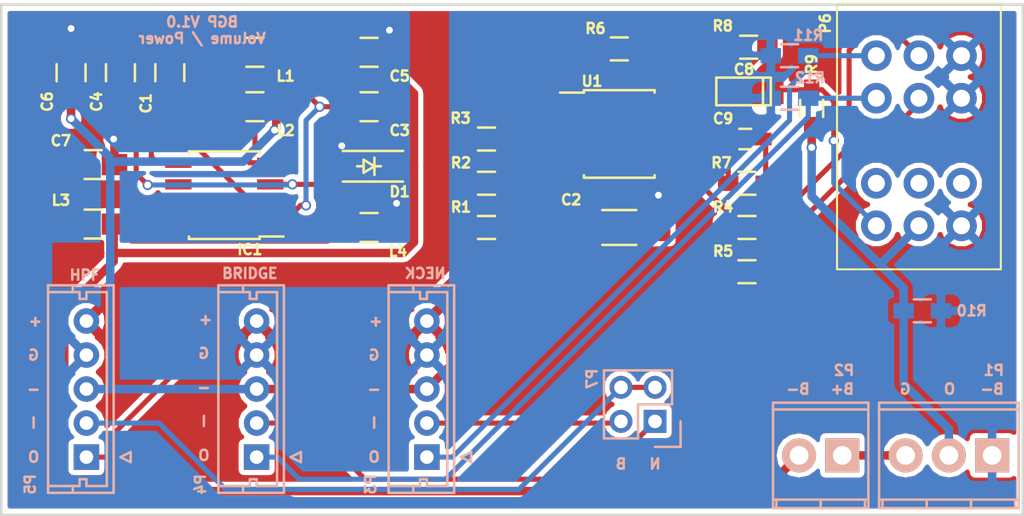
<source format=kicad_pcb>
(kicad_pcb (version 4) (host pcbnew 4.0.4-1.fc24-product)

  (general
    (links 73)
    (no_connects 0)
    (area 118.924999 80.424999 179.755 112.85588)
    (thickness 1.6)
    (drawings 34)
    (tracks 236)
    (zones 0)
    (modules 35)
    (nets 32)
  )

  (page A4)
  (layers
    (0 F.Cu signal)
    (31 B.Cu signal)
    (32 B.Adhes user)
    (33 F.Adhes user)
    (34 B.Paste user)
    (35 F.Paste user)
    (36 B.SilkS user)
    (37 F.SilkS user)
    (38 B.Mask user)
    (39 F.Mask user)
    (40 Dwgs.User user)
    (41 Cmts.User user)
    (42 Eco1.User user)
    (43 Eco2.User user)
    (44 Edge.Cuts user)
    (45 Margin user)
    (46 B.CrtYd user)
    (47 F.CrtYd user)
    (48 B.Fab user)
    (49 F.Fab user)
  )

  (setup
    (last_trace_width 0.3)
    (trace_clearance 0.3)
    (zone_clearance 0.3)
    (zone_45_only no)
    (trace_min 0.3)
    (segment_width 0.2)
    (edge_width 0.15)
    (via_size 0.6)
    (via_drill 0.4)
    (via_min_size 0.6)
    (via_min_drill 0.3)
    (uvia_size 0.3)
    (uvia_drill 0.1)
    (uvias_allowed no)
    (uvia_min_size 0.2)
    (uvia_min_drill 0.1)
    (pcb_text_width 0.3)
    (pcb_text_size 1.5 1.5)
    (mod_edge_width 0.15)
    (mod_text_size 0.6 0.6)
    (mod_text_width 0.15)
    (pad_size 1.524 1.524)
    (pad_drill 0.762)
    (pad_to_mask_clearance 0.2)
    (aux_axis_origin 0 0)
    (visible_elements FFFFFF7F)
    (pcbplotparams
      (layerselection 0x010f0_80000001)
      (usegerberextensions true)
      (excludeedgelayer true)
      (linewidth 0.100000)
      (plotframeref false)
      (viasonmask false)
      (mode 1)
      (useauxorigin false)
      (hpglpennumber 1)
      (hpglpenspeed 20)
      (hpglpendiameter 15)
      (hpglpenoverlay 2)
      (psnegative false)
      (psa4output false)
      (plotreference true)
      (plotvalue true)
      (plotinvisibletext false)
      (padsonsilk false)
      (subtractmaskfromsilk false)
      (outputformat 1)
      (mirror false)
      (drillshape 0)
      (scaleselection 1)
      (outputdirectory ../../GERBER/VOL_1/))
  )

  (net 0 "")
  (net 1 "Net-(C1-Pad1)")
  (net 2 "Net-(C1-Pad2)")
  (net 3 "Net-(C2-Pad1)")
  (net 4 Earth)
  (net 5 "Net-(C3-Pad1)")
  (net 6 "Net-(C4-Pad2)")
  (net 7 /BAT+)
  (net 8 /V-)
  (net 9 /V+)
  (net 10 "Net-(C8-Pad2)")
  (net 11 "Net-(IC1-Pad6)")
  (net 12 "Net-(IC1-Pad7)")
  (net 13 /OUT)
  (net 14 /BAT-)
  (net 15 /OUT_B)
  (net 16 /BUF_B)
  (net 17 /OUT_N)
  (net 18 /BUF_N)
  (net 19 /HPF_OUT)
  (net 20 /HPF_IN)
  (net 21 "Net-(R2-Pad1)")
  (net 22 "Net-(R3-Pad1)")
  (net 23 "Net-(C9-Pad1)")
  (net 24 "Net-(C9-Pad2)")
  (net 25 "Net-(C3-Pad2)")
  (net 26 /VP_1)
  (net 27 /VB1_2)
  (net 28 /VB2_2)
  (net 29 "Net-(P6-Pad7)")
  (net 30 "Net-(P6-Pad8)")
  (net 31 "Net-(P6-Pad9)")

  (net_class Default "This is the default net class."
    (clearance 0.3)
    (trace_width 0.3)
    (via_dia 0.6)
    (via_drill 0.4)
    (uvia_dia 0.3)
    (uvia_drill 0.1)
    (add_net /BUF_B)
    (add_net /BUF_N)
    (add_net /HPF_IN)
    (add_net /HPF_OUT)
    (add_net /OUT_B)
    (add_net /OUT_N)
    (add_net /VB1_2)
    (add_net /VB2_2)
    (add_net /VP_1)
    (add_net "Net-(C1-Pad1)")
    (add_net "Net-(C1-Pad2)")
    (add_net "Net-(C2-Pad1)")
    (add_net "Net-(C3-Pad1)")
    (add_net "Net-(C3-Pad2)")
    (add_net "Net-(C4-Pad2)")
    (add_net "Net-(C8-Pad2)")
    (add_net "Net-(C9-Pad1)")
    (add_net "Net-(C9-Pad2)")
    (add_net "Net-(IC1-Pad6)")
    (add_net "Net-(IC1-Pad7)")
    (add_net "Net-(P6-Pad7)")
    (add_net "Net-(P6-Pad8)")
    (add_net "Net-(P6-Pad9)")
    (add_net "Net-(R2-Pad1)")
    (add_net "Net-(R3-Pad1)")
  )

  (net_class PWR ""
    (clearance 0.3)
    (trace_width 0.5)
    (via_dia 0.6)
    (via_drill 0.4)
    (uvia_dia 0.3)
    (uvia_drill 0.1)
    (add_net /BAT+)
    (add_net /BAT-)
    (add_net /OUT)
    (add_net /V+)
    (add_net /V-)
    (add_net Earth)
  )

  (module Terminal_Blocks:TerminalBlock_Pheonix_MPT-2.54mm_3pol (layer B.Cu) (tedit 5A4ED603) (tstamp 5A4ED150)
    (at 177.2 107.5 180)
    (descr "3-way 2.54mm pitch terminal block, Phoenix MPT series")
    (path /5A4ED87F)
    (fp_text reference P1 (at -0.1 5 180) (layer B.SilkS)
      (effects (font (size 0.6 0.6) (thickness 0.15)) (justify mirror))
    )
    (fp_text value CONN_01X03 (at 2.54 -4.50088 180) (layer B.Fab) hide
      (effects (font (size 0.6 0.6) (thickness 0.15)) (justify mirror))
    )
    (fp_line (start -1.778 -3.302) (end 6.858 -3.302) (layer B.CrtYd) (width 0.05))
    (fp_line (start -1.778 3.302) (end -1.778 -3.302) (layer B.CrtYd) (width 0.05))
    (fp_line (start 6.858 3.302) (end -1.778 3.302) (layer B.CrtYd) (width 0.05))
    (fp_line (start 6.858 -3.302) (end 6.858 3.302) (layer B.CrtYd) (width 0.05))
    (fp_line (start 6.63956 3.0988) (end -1.55956 3.0988) (layer B.SilkS) (width 0.15))
    (fp_line (start 6.63956 2.70002) (end -1.55956 2.70002) (layer B.SilkS) (width 0.15))
    (fp_line (start 6.63956 -2.60096) (end -1.55956 -2.60096) (layer B.SilkS) (width 0.15))
    (fp_line (start -1.55956 -3.0988) (end 6.63956 -3.0988) (layer B.SilkS) (width 0.15))
    (fp_line (start 3.84048 -2.60096) (end 3.84048 -3.0988) (layer B.SilkS) (width 0.15))
    (fp_line (start -1.3589 -3.0988) (end -1.3589 -2.60096) (layer B.SilkS) (width 0.15))
    (fp_line (start 6.44144 -2.60096) (end 6.44144 -3.0988) (layer B.SilkS) (width 0.15))
    (fp_line (start 1.24206 -3.0988) (end 1.24206 -2.60096) (layer B.SilkS) (width 0.15))
    (fp_line (start 6.63956 -3.0988) (end 6.63956 3.0988) (layer B.SilkS) (width 0.15))
    (fp_line (start -1.55702 3.0988) (end -1.55702 -3.0988) (layer B.SilkS) (width 0.15))
    (pad 3 thru_hole oval (at 5.08 0 180) (size 1.99898 1.99898) (drill 1.09728) (layers *.Cu *.Mask B.SilkS)
      (net 14 /BAT-))
    (pad 1 thru_hole rect (at 0 0 180) (size 1.99898 1.99898) (drill 1.09728) (layers *.Cu *.Mask B.SilkS)
      (net 4 Earth))
    (pad 2 thru_hole oval (at 2.54 0 180) (size 1.99898 1.99898) (drill 1.09728) (layers *.Cu *.Mask B.SilkS)
      (net 13 /OUT))
    (model Terminal_Blocks.3dshapes/TerminalBlock_Pheonix_MPT-2.54mm_3pol.wrl
      (at (xyz 0.1 0 0))
      (scale (xyz 1 1 1))
      (rotate (xyz 0 0 0))
    )
  )

  (module Capacitors_SMD:C_0805_HandSoldering (layer F.Cu) (tedit 5A4EDC92) (tstamp 5A4ED0FB)
    (at 128.9 85 90)
    (descr "Capacitor SMD 0805, hand soldering")
    (tags "capacitor 0805")
    (path /5A4DAC09)
    (attr smd)
    (fp_text reference C1 (at -1.8 -1.4 90) (layer F.SilkS)
      (effects (font (size 0.6 0.6) (thickness 0.15)))
    )
    (fp_text value 1u (at 0 2.1 90) (layer F.Fab) hide
      (effects (font (size 0.6 0.6) (thickness 0.15)))
    )
    (fp_line (start -2.3 -1) (end 2.3 -1) (layer F.CrtYd) (width 0.05))
    (fp_line (start -2.3 1) (end 2.3 1) (layer F.CrtYd) (width 0.05))
    (fp_line (start -2.3 -1) (end -2.3 1) (layer F.CrtYd) (width 0.05))
    (fp_line (start 2.3 -1) (end 2.3 1) (layer F.CrtYd) (width 0.05))
    (fp_line (start 0.5 -0.85) (end -0.5 -0.85) (layer F.SilkS) (width 0.15))
    (fp_line (start -0.5 0.85) (end 0.5 0.85) (layer F.SilkS) (width 0.15))
    (pad 1 smd rect (at -1.25 0 90) (size 1.5 1.25) (layers F.Cu F.Paste F.Mask)
      (net 1 "Net-(C1-Pad1)"))
    (pad 2 smd rect (at 1.25 0 90) (size 1.5 1.25) (layers F.Cu F.Paste F.Mask)
      (net 2 "Net-(C1-Pad2)"))
    (model Capacitors_SMD.3dshapes/C_0805_HandSoldering.wrl
      (at (xyz 0 0 0))
      (scale (xyz 1 1 1))
      (rotate (xyz 0 0 0))
    )
  )

  (module Capacitors_SMD:C_1206_HandSoldering (layer F.Cu) (tedit 5A4ED86E) (tstamp 5A4ED101)
    (at 155.3 94.1)
    (descr "Capacitor SMD 1206, hand soldering")
    (tags "capacitor 1206")
    (path /5A4DC429)
    (attr smd)
    (fp_text reference C2 (at -2.825 -1.625) (layer F.SilkS)
      (effects (font (size 0.6 0.6) (thickness 0.15)))
    )
    (fp_text value 39n (at 0 2.3) (layer F.Fab) hide
      (effects (font (size 0.6 0.6) (thickness 0.15)))
    )
    (fp_line (start -3.3 -1.15) (end 3.3 -1.15) (layer F.CrtYd) (width 0.05))
    (fp_line (start -3.3 1.15) (end 3.3 1.15) (layer F.CrtYd) (width 0.05))
    (fp_line (start -3.3 -1.15) (end -3.3 1.15) (layer F.CrtYd) (width 0.05))
    (fp_line (start 3.3 -1.15) (end 3.3 1.15) (layer F.CrtYd) (width 0.05))
    (fp_line (start 1 -1.025) (end -1 -1.025) (layer F.SilkS) (width 0.15))
    (fp_line (start -1 1.025) (end 1 1.025) (layer F.SilkS) (width 0.15))
    (pad 1 smd rect (at -2 0) (size 2 1.6) (layers F.Cu F.Paste F.Mask)
      (net 3 "Net-(C2-Pad1)"))
    (pad 2 smd rect (at 2 0) (size 2 1.6) (layers F.Cu F.Paste F.Mask)
      (net 4 Earth))
    (model Capacitors_SMD.3dshapes/C_1206_HandSoldering.wrl
      (at (xyz 0 0 0))
      (scale (xyz 1 1 1))
      (rotate (xyz 0 0 0))
    )
  )

  (module Capacitors_SMD:C_0805_HandSoldering (layer F.Cu) (tedit 5A4ED685) (tstamp 5A4ED107)
    (at 140.6 87)
    (descr "Capacitor SMD 0805, hand soldering")
    (tags "capacitor 0805")
    (path /5A4DAC32)
    (attr smd)
    (fp_text reference C3 (at 1.8 1.4) (layer F.SilkS)
      (effects (font (size 0.6 0.6) (thickness 0.15)))
    )
    (fp_text value 10u (at 0 2.1) (layer F.Fab) hide
      (effects (font (size 0.6 0.6) (thickness 0.15)))
    )
    (fp_line (start -2.3 -1) (end 2.3 -1) (layer F.CrtYd) (width 0.05))
    (fp_line (start -2.3 1) (end 2.3 1) (layer F.CrtYd) (width 0.05))
    (fp_line (start -2.3 -1) (end -2.3 1) (layer F.CrtYd) (width 0.05))
    (fp_line (start 2.3 -1) (end 2.3 1) (layer F.CrtYd) (width 0.05))
    (fp_line (start 0.5 -0.85) (end -0.5 -0.85) (layer F.SilkS) (width 0.15))
    (fp_line (start -0.5 0.85) (end 0.5 0.85) (layer F.SilkS) (width 0.15))
    (pad 1 smd rect (at -1.25 0) (size 1.5 1.25) (layers F.Cu F.Paste F.Mask)
      (net 5 "Net-(C3-Pad1)"))
    (pad 2 smd rect (at 1.25 0) (size 1.5 1.25) (layers F.Cu F.Paste F.Mask)
      (net 25 "Net-(C3-Pad2)"))
    (model Capacitors_SMD.3dshapes/C_0805_HandSoldering.wrl
      (at (xyz 0 0 0))
      (scale (xyz 1 1 1))
      (rotate (xyz 0 0 0))
    )
  )

  (module Capacitors_SMD:C_0805_HandSoldering (layer F.Cu) (tedit 5A4EF469) (tstamp 5A4ED10D)
    (at 126 85 90)
    (descr "Capacitor SMD 0805, hand soldering")
    (tags "capacitor 0805")
    (path /5A4DAF69)
    (attr smd)
    (fp_text reference C4 (at -1.7 -1.4 90) (layer F.SilkS)
      (effects (font (size 0.6 0.6) (thickness 0.15)))
    )
    (fp_text value 1u (at 0 2.1 90) (layer F.Fab) hide
      (effects (font (size 0.6 0.6) (thickness 0.15)))
    )
    (fp_line (start -2.3 -1) (end 2.3 -1) (layer F.CrtYd) (width 0.05))
    (fp_line (start -2.3 1) (end 2.3 1) (layer F.CrtYd) (width 0.05))
    (fp_line (start -2.3 -1) (end -2.3 1) (layer F.CrtYd) (width 0.05))
    (fp_line (start 2.3 -1) (end 2.3 1) (layer F.CrtYd) (width 0.05))
    (fp_line (start 0.5 -0.85) (end -0.5 -0.85) (layer F.SilkS) (width 0.15))
    (fp_line (start -0.5 0.85) (end 0.5 0.85) (layer F.SilkS) (width 0.15))
    (pad 1 smd rect (at -1.25 0 90) (size 1.5 1.25) (layers F.Cu F.Paste F.Mask)
      (net 25 "Net-(C3-Pad2)"))
    (pad 2 smd rect (at 1.25 0 90) (size 1.5 1.25) (layers F.Cu F.Paste F.Mask)
      (net 6 "Net-(C4-Pad2)"))
    (model Capacitors_SMD.3dshapes/C_0805_HandSoldering.wrl
      (at (xyz 0 0 0))
      (scale (xyz 1 1 1))
      (rotate (xyz 0 0 0))
    )
  )

  (module Capacitors_SMD:C_0805_HandSoldering (layer F.Cu) (tedit 5A4ED682) (tstamp 5A4ED113)
    (at 140.6 83.8)
    (descr "Capacitor SMD 0805, hand soldering")
    (tags "capacitor 0805")
    (path /5A4DAC83)
    (attr smd)
    (fp_text reference C5 (at 1.8 1.4) (layer F.SilkS)
      (effects (font (size 0.6 0.6) (thickness 0.15)))
    )
    (fp_text value 22u (at 0 2.1) (layer F.Fab) hide
      (effects (font (size 0.6 0.6) (thickness 0.15)))
    )
    (fp_line (start -2.3 -1) (end 2.3 -1) (layer F.CrtYd) (width 0.05))
    (fp_line (start -2.3 1) (end 2.3 1) (layer F.CrtYd) (width 0.05))
    (fp_line (start -2.3 -1) (end -2.3 1) (layer F.CrtYd) (width 0.05))
    (fp_line (start 2.3 -1) (end 2.3 1) (layer F.CrtYd) (width 0.05))
    (fp_line (start 0.5 -0.85) (end -0.5 -0.85) (layer F.SilkS) (width 0.15))
    (fp_line (start -0.5 0.85) (end 0.5 0.85) (layer F.SilkS) (width 0.15))
    (pad 1 smd rect (at -1.25 0) (size 1.5 1.25) (layers F.Cu F.Paste F.Mask)
      (net 7 /BAT+))
    (pad 2 smd rect (at 1.25 0) (size 1.5 1.25) (layers F.Cu F.Paste F.Mask)
      (net 4 Earth))
    (model Capacitors_SMD.3dshapes/C_0805_HandSoldering.wrl
      (at (xyz 0 0 0))
      (scale (xyz 1 1 1))
      (rotate (xyz 0 0 0))
    )
  )

  (module Capacitors_SMD:C_0805_HandSoldering (layer F.Cu) (tedit 5A4EDA4E) (tstamp 5A4ED119)
    (at 123.1 85 270)
    (descr "Capacitor SMD 0805, hand soldering")
    (tags "capacitor 0805")
    (path /5A4DB005)
    (attr smd)
    (fp_text reference C6 (at 1.7 1.4 270) (layer F.SilkS)
      (effects (font (size 0.6 0.6) (thickness 0.15)))
    )
    (fp_text value 10u (at 0 2.1 270) (layer F.Fab) hide
      (effects (font (size 0.6 0.6) (thickness 0.15)))
    )
    (fp_line (start -2.3 -1) (end 2.3 -1) (layer F.CrtYd) (width 0.05))
    (fp_line (start -2.3 1) (end 2.3 1) (layer F.CrtYd) (width 0.05))
    (fp_line (start -2.3 -1) (end -2.3 1) (layer F.CrtYd) (width 0.05))
    (fp_line (start 2.3 -1) (end 2.3 1) (layer F.CrtYd) (width 0.05))
    (fp_line (start 0.5 -0.85) (end -0.5 -0.85) (layer F.SilkS) (width 0.15))
    (fp_line (start -0.5 0.85) (end 0.5 0.85) (layer F.SilkS) (width 0.15))
    (pad 1 smd rect (at -1.25 0 270) (size 1.5 1.25) (layers F.Cu F.Paste F.Mask)
      (net 4 Earth))
    (pad 2 smd rect (at 1.25 0 270) (size 1.5 1.25) (layers F.Cu F.Paste F.Mask)
      (net 8 /V-))
    (model Capacitors_SMD.3dshapes/C_0805_HandSoldering.wrl
      (at (xyz 0 0 0))
      (scale (xyz 1 1 1))
      (rotate (xyz 0 0 0))
    )
  )

  (module Capacitors_SMD:C_0805_HandSoldering (layer F.Cu) (tedit 5A4ED6BD) (tstamp 5A4ED11F)
    (at 124.4 90.4)
    (descr "Capacitor SMD 0805, hand soldering")
    (tags "capacitor 0805")
    (path /5A4DAE84)
    (attr smd)
    (fp_text reference C7 (at -1.9 -1.4) (layer F.SilkS)
      (effects (font (size 0.6 0.6) (thickness 0.15)))
    )
    (fp_text value 10u (at 0 2.1) (layer F.Fab) hide
      (effects (font (size 0.6 0.6) (thickness 0.15)))
    )
    (fp_line (start -2.3 -1) (end 2.3 -1) (layer F.CrtYd) (width 0.05))
    (fp_line (start -2.3 1) (end 2.3 1) (layer F.CrtYd) (width 0.05))
    (fp_line (start -2.3 -1) (end -2.3 1) (layer F.CrtYd) (width 0.05))
    (fp_line (start 2.3 -1) (end 2.3 1) (layer F.CrtYd) (width 0.05))
    (fp_line (start 0.5 -0.85) (end -0.5 -0.85) (layer F.SilkS) (width 0.15))
    (fp_line (start -0.5 0.85) (end 0.5 0.85) (layer F.SilkS) (width 0.15))
    (pad 1 smd rect (at -1.25 0) (size 1.5 1.25) (layers F.Cu F.Paste F.Mask)
      (net 9 /V+))
    (pad 2 smd rect (at 1.25 0) (size 1.5 1.25) (layers F.Cu F.Paste F.Mask)
      (net 4 Earth))
    (model Capacitors_SMD.3dshapes/C_0805_HandSoldering.wrl
      (at (xyz 0 0 0))
      (scale (xyz 1 1 1))
      (rotate (xyz 0 0 0))
    )
  )

  (module Diodes_SMD:SOD-123 (layer F.Cu) (tedit 5A4EF4E9) (tstamp 5A4ED12B)
    (at 140.6 90.5 180)
    (descr SOD-123)
    (tags SOD-123)
    (path /5A4DADD3)
    (attr smd)
    (fp_text reference D1 (at -1.8 -1.5 180) (layer F.SilkS)
      (effects (font (size 0.6 0.6) (thickness 0.15)))
    )
    (fp_text value D_Small (at 0 2.1 180) (layer F.Fab) hide
      (effects (font (size 0.6 0.6) (thickness 0.15)))
    )
    (fp_line (start 0.3175 0) (end 0.6985 0) (layer F.SilkS) (width 0.15))
    (fp_line (start -0.6985 0) (end -0.3175 0) (layer F.SilkS) (width 0.15))
    (fp_line (start -0.3175 0) (end 0.3175 -0.381) (layer F.SilkS) (width 0.15))
    (fp_line (start 0.3175 -0.381) (end 0.3175 0.381) (layer F.SilkS) (width 0.15))
    (fp_line (start 0.3175 0.381) (end -0.3175 0) (layer F.SilkS) (width 0.15))
    (fp_line (start -0.3175 -0.508) (end -0.3175 0.508) (layer F.SilkS) (width 0.15))
    (fp_line (start -2.25 -1.05) (end 2.25 -1.05) (layer F.CrtYd) (width 0.05))
    (fp_line (start 2.25 -1.05) (end 2.25 1.05) (layer F.CrtYd) (width 0.05))
    (fp_line (start 2.25 1.05) (end -2.25 1.05) (layer F.CrtYd) (width 0.05))
    (fp_line (start -2.25 -1.05) (end -2.25 1.05) (layer F.CrtYd) (width 0.05))
    (fp_line (start -2 0.9) (end 1.54 0.9) (layer F.SilkS) (width 0.15))
    (fp_line (start -2 -0.9) (end 1.54 -0.9) (layer F.SilkS) (width 0.15))
    (pad 1 smd rect (at -1.635 0 180) (size 0.91 1.22) (layers F.Cu F.Paste F.Mask)
      (net 7 /BAT+))
    (pad 2 smd rect (at 1.635 0 180) (size 0.91 1.22) (layers F.Cu F.Paste F.Mask)
      (net 4 Earth))
  )

  (module Housings_SOIC:SOIC-8_3.9x4.9mm_Pitch1.27mm (layer F.Cu) (tedit 5A4ED29B) (tstamp 5A4ED137)
    (at 132.1 92.2 180)
    (descr "8-Lead Plastic Small Outline (SN) - Narrow, 3.90 mm Body [SOIC] (see Microchip Packaging Specification 00000049BS.pdf)")
    (tags "SOIC 1.27")
    (path /5A4DABA4)
    (attr smd)
    (fp_text reference IC1 (at -1.5 -3.2 180) (layer F.SilkS)
      (effects (font (size 0.6 0.6) (thickness 0.15)))
    )
    (fp_text value TC7660SO-08 (at 0 3.5 180) (layer F.Fab) hide
      (effects (font (size 0.6 0.6) (thickness 0.15)))
    )
    (fp_line (start -3.75 -2.75) (end -3.75 2.75) (layer F.CrtYd) (width 0.05))
    (fp_line (start 3.75 -2.75) (end 3.75 2.75) (layer F.CrtYd) (width 0.05))
    (fp_line (start -3.75 -2.75) (end 3.75 -2.75) (layer F.CrtYd) (width 0.05))
    (fp_line (start -3.75 2.75) (end 3.75 2.75) (layer F.CrtYd) (width 0.05))
    (fp_line (start -2.075 -2.575) (end -2.075 -2.43) (layer F.SilkS) (width 0.15))
    (fp_line (start 2.075 -2.575) (end 2.075 -2.43) (layer F.SilkS) (width 0.15))
    (fp_line (start 2.075 2.575) (end 2.075 2.43) (layer F.SilkS) (width 0.15))
    (fp_line (start -2.075 2.575) (end -2.075 2.43) (layer F.SilkS) (width 0.15))
    (fp_line (start -2.075 -2.575) (end 2.075 -2.575) (layer F.SilkS) (width 0.15))
    (fp_line (start -2.075 2.575) (end 2.075 2.575) (layer F.SilkS) (width 0.15))
    (fp_line (start -2.075 -2.43) (end -3.475 -2.43) (layer F.SilkS) (width 0.15))
    (pad 1 smd rect (at -2.7 -1.905 180) (size 1.55 0.6) (layers F.Cu F.Paste F.Mask)
      (net 5 "Net-(C3-Pad1)"))
    (pad 2 smd rect (at -2.7 -0.635 180) (size 1.55 0.6) (layers F.Cu F.Paste F.Mask)
      (net 1 "Net-(C1-Pad1)"))
    (pad 3 smd rect (at -2.7 0.635 180) (size 1.55 0.6) (layers F.Cu F.Paste F.Mask)
      (net 25 "Net-(C3-Pad2)"))
    (pad 4 smd rect (at -2.7 1.905 180) (size 1.55 0.6) (layers F.Cu F.Paste F.Mask)
      (net 2 "Net-(C1-Pad2)"))
    (pad 5 smd rect (at 2.7 1.905 180) (size 1.55 0.6) (layers F.Cu F.Paste F.Mask)
      (net 6 "Net-(C4-Pad2)"))
    (pad 6 smd rect (at 2.7 0.635 180) (size 1.55 0.6) (layers F.Cu F.Paste F.Mask)
      (net 11 "Net-(IC1-Pad6)"))
    (pad 7 smd rect (at 2.7 -0.635 180) (size 1.55 0.6) (layers F.Cu F.Paste F.Mask)
      (net 12 "Net-(IC1-Pad7)"))
    (pad 8 smd rect (at 2.7 -1.905 180) (size 1.55 0.6) (layers F.Cu F.Paste F.Mask)
      (net 5 "Net-(C3-Pad1)"))
    (model Housings_SOIC.3dshapes/SOIC-8_3.9x4.9mm_Pitch1.27mm.wrl
      (at (xyz 0 0 0))
      (scale (xyz 1 1 1))
      (rotate (xyz 0 0 0))
    )
  )

  (module Capacitors_SMD:C_0805_HandSoldering (layer F.Cu) (tedit 5A4EF4A9) (tstamp 5A4ED13D)
    (at 133.9 83.8)
    (descr "Capacitor SMD 0805, hand soldering")
    (tags "capacitor 0805")
    (path /5A4DAD30)
    (attr smd)
    (fp_text reference L1 (at 1.8 1.4) (layer F.SilkS)
      (effects (font (size 0.6 0.6) (thickness 0.15)))
    )
    (fp_text value 100u (at 0 2.1) (layer F.Fab) hide
      (effects (font (size 0.6 0.6) (thickness 0.15)))
    )
    (fp_line (start -2.3 -1) (end 2.3 -1) (layer F.CrtYd) (width 0.05))
    (fp_line (start -2.3 1) (end 2.3 1) (layer F.CrtYd) (width 0.05))
    (fp_line (start -2.3 -1) (end -2.3 1) (layer F.CrtYd) (width 0.05))
    (fp_line (start 2.3 -1) (end 2.3 1) (layer F.CrtYd) (width 0.05))
    (fp_line (start 0.5 -0.85) (end -0.5 -0.85) (layer F.SilkS) (width 0.15))
    (fp_line (start -0.5 0.85) (end 0.5 0.85) (layer F.SilkS) (width 0.15))
    (pad 1 smd rect (at -1.25 0) (size 1.5 1.25) (layers F.Cu F.Paste F.Mask)
      (net 5 "Net-(C3-Pad1)"))
    (pad 2 smd rect (at 1.25 0) (size 1.5 1.25) (layers F.Cu F.Paste F.Mask)
      (net 7 /BAT+))
    (model Capacitors_SMD.3dshapes/C_0805_HandSoldering.wrl
      (at (xyz 0 0 0))
      (scale (xyz 1 1 1))
      (rotate (xyz 0 0 0))
    )
  )

  (module Capacitors_SMD:C_0805_HandSoldering (layer F.Cu) (tedit 5A4ED753) (tstamp 5A4ED143)
    (at 133.9 87)
    (descr "Capacitor SMD 0805, hand soldering")
    (tags "capacitor 0805")
    (path /5A4DAFC8)
    (attr smd)
    (fp_text reference L2 (at 1.8 1.4) (layer F.SilkS)
      (effects (font (size 0.6 0.6) (thickness 0.15)))
    )
    (fp_text value 100u (at 0 2.1) (layer F.Fab) hide
      (effects (font (size 0.6 0.6) (thickness 0.15)))
    )
    (fp_line (start -2.3 -1) (end 2.3 -1) (layer F.CrtYd) (width 0.05))
    (fp_line (start -2.3 1) (end 2.3 1) (layer F.CrtYd) (width 0.05))
    (fp_line (start -2.3 -1) (end -2.3 1) (layer F.CrtYd) (width 0.05))
    (fp_line (start 2.3 -1) (end 2.3 1) (layer F.CrtYd) (width 0.05))
    (fp_line (start 0.5 -0.85) (end -0.5 -0.85) (layer F.SilkS) (width 0.15))
    (fp_line (start -0.5 0.85) (end 0.5 0.85) (layer F.SilkS) (width 0.15))
    (pad 1 smd rect (at -1.25 0) (size 1.5 1.25) (layers F.Cu F.Paste F.Mask)
      (net 6 "Net-(C4-Pad2)"))
    (pad 2 smd rect (at 1.25 0) (size 1.5 1.25) (layers F.Cu F.Paste F.Mask)
      (net 8 /V-))
    (model Capacitors_SMD.3dshapes/C_0805_HandSoldering.wrl
      (at (xyz 0 0 0))
      (scale (xyz 1 1 1))
      (rotate (xyz 0 0 0))
    )
  )

  (module Capacitors_SMD:C_0805_HandSoldering (layer F.Cu) (tedit 5A4ED6C0) (tstamp 5A4ED149)
    (at 124.4 93.9 180)
    (descr "Capacitor SMD 0805, hand soldering")
    (tags "capacitor 0805")
    (path /5A4DB332)
    (attr smd)
    (fp_text reference L3 (at 1.9 1.4 180) (layer F.SilkS)
      (effects (font (size 0.6 0.6) (thickness 0.15)))
    )
    (fp_text value 100u (at 0 2.1 180) (layer F.Fab) hide
      (effects (font (size 0.6 0.6) (thickness 0.15)))
    )
    (fp_line (start -2.3 -1) (end 2.3 -1) (layer F.CrtYd) (width 0.05))
    (fp_line (start -2.3 1) (end 2.3 1) (layer F.CrtYd) (width 0.05))
    (fp_line (start -2.3 -1) (end -2.3 1) (layer F.CrtYd) (width 0.05))
    (fp_line (start 2.3 -1) (end 2.3 1) (layer F.CrtYd) (width 0.05))
    (fp_line (start 0.5 -0.85) (end -0.5 -0.85) (layer F.SilkS) (width 0.15))
    (fp_line (start -0.5 0.85) (end 0.5 0.85) (layer F.SilkS) (width 0.15))
    (pad 1 smd rect (at -1.25 0 180) (size 1.5 1.25) (layers F.Cu F.Paste F.Mask)
      (net 7 /BAT+))
    (pad 2 smd rect (at 1.25 0 180) (size 1.5 1.25) (layers F.Cu F.Paste F.Mask)
      (net 9 /V+))
    (model Capacitors_SMD.3dshapes/C_0805_HandSoldering.wrl
      (at (xyz 0 0 0))
      (scale (xyz 1 1 1))
      (rotate (xyz 0 0 0))
    )
  )

  (module Terminal_Blocks:TerminalBlock_Pheonix_MPT-2.54mm_2pol (layer B.Cu) (tedit 5A4ED609) (tstamp 5A4ED156)
    (at 168.4 107.5 180)
    (descr "2-way 2.54mm pitch terminal block, Phoenix MPT series")
    (path /5A4ED903)
    (fp_text reference P2 (at -0.1 5 180) (layer B.SilkS)
      (effects (font (size 0.6 0.6) (thickness 0.15)) (justify mirror))
    )
    (fp_text value CONN_01X02 (at 1.27 -4.50088 180) (layer B.Fab) hide
      (effects (font (size 0.6 0.6) (thickness 0.15)) (justify mirror))
    )
    (fp_line (start -1.7 3.3) (end 4.3 3.3) (layer B.CrtYd) (width 0.05))
    (fp_line (start -1.7 -3.3) (end -1.7 3.3) (layer B.CrtYd) (width 0.05))
    (fp_line (start 4.3 -3.3) (end -1.7 -3.3) (layer B.CrtYd) (width 0.05))
    (fp_line (start 4.3 3.3) (end 4.3 -3.3) (layer B.CrtYd) (width 0.05))
    (fp_line (start 4.06908 -2.60096) (end -1.52908 -2.60096) (layer B.SilkS) (width 0.15))
    (fp_line (start -1.33096 -3.0988) (end -1.33096 -2.60096) (layer B.SilkS) (width 0.15))
    (fp_line (start 3.87096 -2.60096) (end 3.87096 -3.0988) (layer B.SilkS) (width 0.15))
    (fp_line (start 1.27 -3.0988) (end 1.27 -2.60096) (layer B.SilkS) (width 0.15))
    (fp_line (start -1.52908 2.70002) (end 4.06908 2.70002) (layer B.SilkS) (width 0.15))
    (fp_line (start -1.52908 -3.0988) (end 4.06908 -3.0988) (layer B.SilkS) (width 0.15))
    (fp_line (start 4.06908 -3.0988) (end 4.06908 3.0988) (layer B.SilkS) (width 0.15))
    (fp_line (start 4.06908 3.0988) (end -1.52908 3.0988) (layer B.SilkS) (width 0.15))
    (fp_line (start -1.52908 3.0988) (end -1.52908 -3.0988) (layer B.SilkS) (width 0.15))
    (pad 2 thru_hole oval (at 2.54 0 180) (size 1.99898 1.99898) (drill 1.09728) (layers *.Cu *.Mask B.SilkS)
      (net 7 /BAT+))
    (pad 1 thru_hole rect (at 0 0 180) (size 1.99898 1.99898) (drill 1.09728) (layers *.Cu *.Mask B.SilkS)
      (net 14 /BAT-))
    (model Terminal_Blocks.3dshapes/TerminalBlock_Pheonix_MPT-2.54mm_2pol.wrl
      (at (xyz 0.05 0 0))
      (scale (xyz 1 1 1))
      (rotate (xyz 0 0 0))
    )
  )

  (module Pin_Headers:Pin_Header_Straight_2x02_Pitch2.00mm (layer B.Cu) (tedit 5A4ED3A1) (tstamp 5A4ED189)
    (at 157.4 105.5 90)
    (descr "Through hole pin header, 2x02, 2.00mm pitch, double row")
    (tags "pin header double row")
    (path /5A4DEA50)
    (fp_text reference P7 (at 2.5 -3.7 270) (layer B.SilkS)
      (effects (font (size 0.6 0.6) (thickness 0.15)) (justify mirror))
    )
    (fp_text value CONN_02X02 (at 0 3 90) (layer B.Fab) hide
      (effects (font (size 0.6 0.6) (thickness 0.15)) (justify mirror))
    )
    (fp_line (start -1 -1) (end 1 -1) (layer B.SilkS) (width 0.15))
    (fp_line (start 1 -1) (end 1 1) (layer B.SilkS) (width 0.15))
    (fp_line (start 1 1) (end 3 1) (layer B.SilkS) (width 0.15))
    (fp_line (start 3 1) (end 3 -1) (layer B.SilkS) (width 0.15))
    (fp_line (start 3 -1) (end 3 -3) (layer B.SilkS) (width 0.15))
    (fp_line (start 3 -3) (end -1 -3) (layer B.SilkS) (width 0.15))
    (fp_line (start -1 -3) (end -1 -1) (layer B.SilkS) (width 0.15))
    (fp_line (start -1.6 1.6) (end 3.6 1.6) (layer B.CrtYd) (width 0.05))
    (fp_line (start 3.6 1.6) (end 3.6 -3.6) (layer B.CrtYd) (width 0.05))
    (fp_line (start 3.6 -3.6) (end -1.6 -3.6) (layer B.CrtYd) (width 0.05))
    (fp_line (start -1.6 -3.6) (end -1.6 1.6) (layer B.CrtYd) (width 0.05))
    (fp_line (start -1.5 0) (end -1.5 1.5) (layer B.SilkS) (width 0.15))
    (fp_line (start -1.5 1.5) (end 0 1.5) (layer B.SilkS) (width 0.15))
    (pad 1 thru_hole rect (at 0 0 90) (size 1.35 1.35) (drill 0.8) (layers *.Cu *.Mask)
      (net 18 /BUF_N))
    (pad 3 thru_hole circle (at 0 -2 90) (size 1.35 1.35) (drill 0.8) (layers *.Cu *.Mask)
      (net 16 /BUF_B))
    (pad 2 thru_hole circle (at 2 0 90) (size 1.35 1.35) (drill 0.8) (layers *.Cu *.Mask)
      (net 20 /HPF_IN))
    (pad 4 thru_hole circle (at 2 -2 90) (size 1.35 1.35) (drill 0.8) (layers *.Cu *.Mask)
      (net 20 /HPF_IN))
    (model Pin_Headers.3dshapes/Pin_Header_Straight_2x02_Pitch2.00mm.wrl
      (at (xyz 0 0 0))
      (scale (xyz 1 1 1))
      (rotate (xyz 0 0 0))
    )
  )

  (module Resistors_SMD:R_0603_HandSoldering (layer F.Cu) (tedit 5A4ED92E) (tstamp 5A4ED18F)
    (at 147.5 94.1 180)
    (descr "Resistor SMD 0603, hand soldering")
    (tags "resistor 0603")
    (path /5A4DC256)
    (attr smd)
    (fp_text reference R1 (at 1.5 1.2 180) (layer F.SilkS)
      (effects (font (size 0.6 0.6) (thickness 0.15)))
    )
    (fp_text value 24.99k (at 0 1.9 180) (layer F.Fab) hide
      (effects (font (size 0.6 0.6) (thickness 0.15)))
    )
    (fp_line (start -2 -0.8) (end 2 -0.8) (layer F.CrtYd) (width 0.05))
    (fp_line (start -2 0.8) (end 2 0.8) (layer F.CrtYd) (width 0.05))
    (fp_line (start -2 -0.8) (end -2 0.8) (layer F.CrtYd) (width 0.05))
    (fp_line (start 2 -0.8) (end 2 0.8) (layer F.CrtYd) (width 0.05))
    (fp_line (start 0.5 0.675) (end -0.5 0.675) (layer F.SilkS) (width 0.15))
    (fp_line (start -0.5 -0.675) (end 0.5 -0.675) (layer F.SilkS) (width 0.15))
    (pad 1 smd rect (at -1.1 0 180) (size 1.2 0.9) (layers F.Cu F.Paste F.Mask)
      (net 3 "Net-(C2-Pad1)"))
    (pad 2 smd rect (at 1.1 0 180) (size 1.2 0.9) (layers F.Cu F.Paste F.Mask)
      (net 19 /HPF_OUT))
    (model Resistors_SMD.3dshapes/R_0603_HandSoldering.wrl
      (at (xyz 0 0 0))
      (scale (xyz 1 1 1))
      (rotate (xyz 0 0 0))
    )
  )

  (module Resistors_SMD:R_0603_HandSoldering (layer F.Cu) (tedit 5A4ED90E) (tstamp 5A4ED195)
    (at 147.5 91.5 180)
    (descr "Resistor SMD 0603, hand soldering")
    (tags "resistor 0603")
    (path /5A4DC06C)
    (attr smd)
    (fp_text reference R2 (at 1.5 1.2 180) (layer F.SilkS)
      (effects (font (size 0.6 0.6) (thickness 0.15)))
    )
    (fp_text value 4.99k (at 0 1.9 180) (layer F.Fab) hide
      (effects (font (size 0.6 0.6) (thickness 0.15)))
    )
    (fp_line (start -2 -0.8) (end 2 -0.8) (layer F.CrtYd) (width 0.05))
    (fp_line (start -2 0.8) (end 2 0.8) (layer F.CrtYd) (width 0.05))
    (fp_line (start -2 -0.8) (end -2 0.8) (layer F.CrtYd) (width 0.05))
    (fp_line (start 2 -0.8) (end 2 0.8) (layer F.CrtYd) (width 0.05))
    (fp_line (start 0.5 0.675) (end -0.5 0.675) (layer F.SilkS) (width 0.15))
    (fp_line (start -0.5 -0.675) (end 0.5 -0.675) (layer F.SilkS) (width 0.15))
    (pad 1 smd rect (at -1.1 0 180) (size 1.2 0.9) (layers F.Cu F.Paste F.Mask)
      (net 21 "Net-(R2-Pad1)"))
    (pad 2 smd rect (at 1.1 0 180) (size 1.2 0.9) (layers F.Cu F.Paste F.Mask)
      (net 19 /HPF_OUT))
    (model Resistors_SMD.3dshapes/R_0603_HandSoldering.wrl
      (at (xyz 0 0 0))
      (scale (xyz 1 1 1))
      (rotate (xyz 0 0 0))
    )
  )

  (module Resistors_SMD:R_0603_HandSoldering (layer F.Cu) (tedit 5A4ED8CE) (tstamp 5A4ED19B)
    (at 147.5 88.9)
    (descr "Resistor SMD 0603, hand soldering")
    (tags "resistor 0603")
    (path /5A4DBFF6)
    (attr smd)
    (fp_text reference R3 (at -1.525 -1.225) (layer F.SilkS)
      (effects (font (size 0.6 0.6) (thickness 0.15)))
    )
    (fp_text value 4.99k (at 0 1.9) (layer F.Fab) hide
      (effects (font (size 0.6 0.6) (thickness 0.15)))
    )
    (fp_line (start -2 -0.8) (end 2 -0.8) (layer F.CrtYd) (width 0.05))
    (fp_line (start -2 0.8) (end 2 0.8) (layer F.CrtYd) (width 0.05))
    (fp_line (start -2 -0.8) (end -2 0.8) (layer F.CrtYd) (width 0.05))
    (fp_line (start 2 -0.8) (end 2 0.8) (layer F.CrtYd) (width 0.05))
    (fp_line (start 0.5 0.675) (end -0.5 0.675) (layer F.SilkS) (width 0.15))
    (fp_line (start -0.5 -0.675) (end 0.5 -0.675) (layer F.SilkS) (width 0.15))
    (pad 1 smd rect (at -1.1 0) (size 1.2 0.9) (layers F.Cu F.Paste F.Mask)
      (net 22 "Net-(R3-Pad1)"))
    (pad 2 smd rect (at 1.1 0) (size 1.2 0.9) (layers F.Cu F.Paste F.Mask)
      (net 21 "Net-(R2-Pad1)"))
    (model Resistors_SMD.3dshapes/R_0603_HandSoldering.wrl
      (at (xyz 0 0 0))
      (scale (xyz 1 1 1))
      (rotate (xyz 0 0 0))
    )
  )

  (module Resistors_SMD:R_0603_HandSoldering (layer F.Cu) (tedit 5A4ED9BA) (tstamp 5A4ED1A1)
    (at 162.8 94.1)
    (descr "Resistor SMD 0603, hand soldering")
    (tags "resistor 0603")
    (path /5A4DBB09)
    (attr smd)
    (fp_text reference R4 (at -1.4 -1.2) (layer F.SilkS)
      (effects (font (size 0.6 0.6) (thickness 0.15)))
    )
    (fp_text value 4.99k (at 0 1.9) (layer F.Fab) hide
      (effects (font (size 0.6 0.6) (thickness 0.15)))
    )
    (fp_line (start -2 -0.8) (end 2 -0.8) (layer F.CrtYd) (width 0.05))
    (fp_line (start -2 0.8) (end 2 0.8) (layer F.CrtYd) (width 0.05))
    (fp_line (start -2 -0.8) (end -2 0.8) (layer F.CrtYd) (width 0.05))
    (fp_line (start 2 -0.8) (end 2 0.8) (layer F.CrtYd) (width 0.05))
    (fp_line (start 0.5 0.675) (end -0.5 0.675) (layer F.SilkS) (width 0.15))
    (fp_line (start -0.5 -0.675) (end 0.5 -0.675) (layer F.SilkS) (width 0.15))
    (pad 1 smd rect (at -1.1 0) (size 1.2 0.9) (layers F.Cu F.Paste F.Mask)
      (net 24 "Net-(C9-Pad2)"))
    (pad 2 smd rect (at 1.1 0) (size 1.2 0.9) (layers F.Cu F.Paste F.Mask)
      (net 27 /VB1_2))
    (model Resistors_SMD.3dshapes/R_0603_HandSoldering.wrl
      (at (xyz 0 0 0))
      (scale (xyz 1 1 1))
      (rotate (xyz 0 0 0))
    )
  )

  (module Resistors_SMD:R_0603_HandSoldering (layer F.Cu) (tedit 5A4ED9D2) (tstamp 5A4ED1A7)
    (at 162.8 96.7)
    (descr "Resistor SMD 0603, hand soldering")
    (tags "resistor 0603")
    (path /5A4DBB60)
    (attr smd)
    (fp_text reference R5 (at -1.4 -1.2) (layer F.SilkS)
      (effects (font (size 0.6 0.6) (thickness 0.15)))
    )
    (fp_text value 4.99k (at 0 1.9) (layer F.Fab) hide
      (effects (font (size 0.6 0.6) (thickness 0.15)))
    )
    (fp_line (start -2 -0.8) (end 2 -0.8) (layer F.CrtYd) (width 0.05))
    (fp_line (start -2 0.8) (end 2 0.8) (layer F.CrtYd) (width 0.05))
    (fp_line (start -2 -0.8) (end -2 0.8) (layer F.CrtYd) (width 0.05))
    (fp_line (start 2 -0.8) (end 2 0.8) (layer F.CrtYd) (width 0.05))
    (fp_line (start 0.5 0.675) (end -0.5 0.675) (layer F.SilkS) (width 0.15))
    (fp_line (start -0.5 -0.675) (end 0.5 -0.675) (layer F.SilkS) (width 0.15))
    (pad 1 smd rect (at -1.1 0) (size 1.2 0.9) (layers F.Cu F.Paste F.Mask)
      (net 24 "Net-(C9-Pad2)"))
    (pad 2 smd rect (at 1.1 0) (size 1.2 0.9) (layers F.Cu F.Paste F.Mask)
      (net 28 /VB2_2))
    (model Resistors_SMD.3dshapes/R_0603_HandSoldering.wrl
      (at (xyz 0 0 0))
      (scale (xyz 1 1 1))
      (rotate (xyz 0 0 0))
    )
  )

  (module Resistors_SMD:R_0603_HandSoldering (layer F.Cu) (tedit 5A4EDA1F) (tstamp 5A4ED1AD)
    (at 155.3 83.6 180)
    (descr "Resistor SMD 0603, hand soldering")
    (tags "resistor 0603")
    (path /5A4DBBAF)
    (attr smd)
    (fp_text reference R6 (at 1.4 1.2 180) (layer F.SilkS)
      (effects (font (size 0.6 0.6) (thickness 0.15)))
    )
    (fp_text value 4.99k (at 0 1.9 180) (layer F.Fab) hide
      (effects (font (size 0.6 0.6) (thickness 0.15)))
    )
    (fp_line (start -2 -0.8) (end 2 -0.8) (layer F.CrtYd) (width 0.05))
    (fp_line (start -2 0.8) (end 2 0.8) (layer F.CrtYd) (width 0.05))
    (fp_line (start -2 -0.8) (end -2 0.8) (layer F.CrtYd) (width 0.05))
    (fp_line (start 2 -0.8) (end 2 0.8) (layer F.CrtYd) (width 0.05))
    (fp_line (start 0.5 0.675) (end -0.5 0.675) (layer F.SilkS) (width 0.15))
    (fp_line (start -0.5 -0.675) (end 0.5 -0.675) (layer F.SilkS) (width 0.15))
    (pad 1 smd rect (at -1.1 0 180) (size 1.2 0.9) (layers F.Cu F.Paste F.Mask)
      (net 24 "Net-(C9-Pad2)"))
    (pad 2 smd rect (at 1.1 0 180) (size 1.2 0.9) (layers F.Cu F.Paste F.Mask)
      (net 22 "Net-(R3-Pad1)"))
    (model Resistors_SMD.3dshapes/R_0603_HandSoldering.wrl
      (at (xyz 0 0 0))
      (scale (xyz 1 1 1))
      (rotate (xyz 0 0 0))
    )
  )

  (module Resistors_SMD:R_0603_HandSoldering (layer F.Cu) (tedit 5A4ED9BF) (tstamp 5A4ED1B3)
    (at 162.8 91.5)
    (descr "Resistor SMD 0603, hand soldering")
    (tags "resistor 0603")
    (path /5A4DCC9D)
    (attr smd)
    (fp_text reference R7 (at -1.5 -1.2) (layer F.SilkS)
      (effects (font (size 0.6 0.6) (thickness 0.15)))
    )
    (fp_text value 4.99k (at 0 1.9) (layer F.Fab) hide
      (effects (font (size 0.6 0.6) (thickness 0.15)))
    )
    (fp_line (start -2 -0.8) (end 2 -0.8) (layer F.CrtYd) (width 0.05))
    (fp_line (start -2 0.8) (end 2 0.8) (layer F.CrtYd) (width 0.05))
    (fp_line (start -2 -0.8) (end -2 0.8) (layer F.CrtYd) (width 0.05))
    (fp_line (start 2 -0.8) (end 2 0.8) (layer F.CrtYd) (width 0.05))
    (fp_line (start 0.5 0.675) (end -0.5 0.675) (layer F.SilkS) (width 0.15))
    (fp_line (start -0.5 -0.675) (end 0.5 -0.675) (layer F.SilkS) (width 0.15))
    (pad 1 smd rect (at -1.1 0) (size 1.2 0.9) (layers F.Cu F.Paste F.Mask)
      (net 23 "Net-(C9-Pad1)"))
    (pad 2 smd rect (at 1.1 0) (size 1.2 0.9) (layers F.Cu F.Paste F.Mask)
      (net 24 "Net-(C9-Pad2)"))
    (model Resistors_SMD.3dshapes/R_0603_HandSoldering.wrl
      (at (xyz 0 0 0))
      (scale (xyz 1 1 1))
      (rotate (xyz 0 0 0))
    )
  )

  (module Resistors_SMD:R_0603_HandSoldering (layer F.Cu) (tedit 5A4ED843) (tstamp 5A4ED1B9)
    (at 162.9 83.5 180)
    (descr "Resistor SMD 0603, hand soldering")
    (tags "resistor 0603")
    (path /5A4DD8B3)
    (attr smd)
    (fp_text reference R8 (at 1.525 1.25 180) (layer F.SilkS)
      (effects (font (size 0.6 0.6) (thickness 0.15)))
    )
    (fp_text value 4.99k (at 0 1.9 180) (layer F.Fab) hide
      (effects (font (size 0.6 0.6) (thickness 0.15)))
    )
    (fp_line (start -2 -0.8) (end 2 -0.8) (layer F.CrtYd) (width 0.05))
    (fp_line (start -2 0.8) (end 2 0.8) (layer F.CrtYd) (width 0.05))
    (fp_line (start -2 -0.8) (end -2 0.8) (layer F.CrtYd) (width 0.05))
    (fp_line (start 2 -0.8) (end 2 0.8) (layer F.CrtYd) (width 0.05))
    (fp_line (start 0.5 0.675) (end -0.5 0.675) (layer F.SilkS) (width 0.15))
    (fp_line (start -0.5 -0.675) (end 0.5 -0.675) (layer F.SilkS) (width 0.15))
    (pad 1 smd rect (at -1.1 0 180) (size 1.2 0.9) (layers F.Cu F.Paste F.Mask)
      (net 10 "Net-(C8-Pad2)"))
    (pad 2 smd rect (at 1.1 0 180) (size 1.2 0.9) (layers F.Cu F.Paste F.Mask)
      (net 23 "Net-(C9-Pad1)"))
    (model Resistors_SMD.3dshapes/R_0603_HandSoldering.wrl
      (at (xyz 0 0 0))
      (scale (xyz 1 1 1))
      (rotate (xyz 0 0 0))
    )
  )

  (module Housings_SOIC:SOIC-8_3.9x4.9mm_Pitch1.27mm (layer F.Cu) (tedit 5A4ED29F) (tstamp 5A4ED1C5)
    (at 155.3 88.6)
    (descr "8-Lead Plastic Small Outline (SN) - Narrow, 3.90 mm Body [SOIC] (see Microchip Packaging Specification 00000049BS.pdf)")
    (tags "SOIC 1.27")
    (path /5A4DBF65)
    (attr smd)
    (fp_text reference U1 (at -1.6 -3.1) (layer F.SilkS)
      (effects (font (size 0.6 0.6) (thickness 0.15)))
    )
    (fp_text value OPA2170 (at 0 3.5) (layer F.Fab) hide
      (effects (font (size 0.6 0.6) (thickness 0.15)))
    )
    (fp_line (start -3.75 -2.75) (end -3.75 2.75) (layer F.CrtYd) (width 0.05))
    (fp_line (start 3.75 -2.75) (end 3.75 2.75) (layer F.CrtYd) (width 0.05))
    (fp_line (start -3.75 -2.75) (end 3.75 -2.75) (layer F.CrtYd) (width 0.05))
    (fp_line (start -3.75 2.75) (end 3.75 2.75) (layer F.CrtYd) (width 0.05))
    (fp_line (start -2.075 -2.575) (end -2.075 -2.43) (layer F.SilkS) (width 0.15))
    (fp_line (start 2.075 -2.575) (end 2.075 -2.43) (layer F.SilkS) (width 0.15))
    (fp_line (start 2.075 2.575) (end 2.075 2.43) (layer F.SilkS) (width 0.15))
    (fp_line (start -2.075 2.575) (end -2.075 2.43) (layer F.SilkS) (width 0.15))
    (fp_line (start -2.075 -2.575) (end 2.075 -2.575) (layer F.SilkS) (width 0.15))
    (fp_line (start -2.075 2.575) (end 2.075 2.575) (layer F.SilkS) (width 0.15))
    (fp_line (start -2.075 -2.43) (end -3.475 -2.43) (layer F.SilkS) (width 0.15))
    (pad 1 smd rect (at -2.7 -1.905) (size 1.55 0.6) (layers F.Cu F.Paste F.Mask)
      (net 22 "Net-(R3-Pad1)"))
    (pad 2 smd rect (at -2.7 -0.635) (size 1.55 0.6) (layers F.Cu F.Paste F.Mask)
      (net 21 "Net-(R2-Pad1)"))
    (pad 3 smd rect (at -2.7 0.635) (size 1.55 0.6) (layers F.Cu F.Paste F.Mask)
      (net 3 "Net-(C2-Pad1)"))
    (pad 4 smd rect (at -2.7 1.905) (size 1.55 0.6) (layers F.Cu F.Paste F.Mask)
      (net 8 /V-))
    (pad 5 smd rect (at 2.7 1.905) (size 1.55 0.6) (layers F.Cu F.Paste F.Mask)
      (net 4 Earth))
    (pad 6 smd rect (at 2.7 0.635) (size 1.55 0.6) (layers F.Cu F.Paste F.Mask)
      (net 24 "Net-(C9-Pad2)"))
    (pad 7 smd rect (at 2.7 -0.635) (size 1.55 0.6) (layers F.Cu F.Paste F.Mask)
      (net 23 "Net-(C9-Pad1)"))
    (pad 8 smd rect (at 2.7 -1.905) (size 1.55 0.6) (layers F.Cu F.Paste F.Mask)
      (net 9 /V+))
    (model Housings_SOIC.3dshapes/SOIC-8_3.9x4.9mm_Pitch1.27mm.wrl
      (at (xyz 0 0 0))
      (scale (xyz 1 1 1))
      (rotate (xyz 0 0 0))
    )
  )

  (module Connectors_Molex:Molex_MicroLatch-53253-0570_05x2.00mm_Straight (layer B.Cu) (tedit 5A4ED296) (tstamp 5A4F1044)
    (at 144 107.6 90)
    (descr "Molex Micro-Latch connector, PN:53253-0570, top entry type, through hole")
    (tags "conn molex micro latch")
    (path /5A4DF0EF)
    (fp_text reference P3 (at -1.6 -3.3 90) (layer B.SilkS)
      (effects (font (size 0.6 0.6) (thickness 0.15)) (justify mirror))
    )
    (fp_text value CONN_01X05 (at 4 3.5 90) (layer B.Fab) hide
      (effects (font (size 0.6 0.6) (thickness 0.15)) (justify mirror))
    )
    (fp_line (start -2.6 2.1) (end -2.6 -2.75) (layer B.CrtYd) (width 0.05))
    (fp_line (start -2.6 -2.75) (end 10.55 -2.75) (layer B.CrtYd) (width 0.05))
    (fp_line (start 10.55 -2.75) (end 10.55 2.1) (layer B.CrtYd) (width 0.05))
    (fp_line (start 10.55 2.1) (end -2.6 2.1) (layer B.CrtYd) (width 0.05))
    (fp_line (start -2.1 1.6) (end -2.1 -2.25) (layer B.SilkS) (width 0.15))
    (fp_line (start -2.1 -2.25) (end 10.1 -2.25) (layer B.SilkS) (width 0.15))
    (fp_line (start 10.1 -2.25) (end 10.1 1.6) (layer B.SilkS) (width 0.15))
    (fp_line (start 10.1 1.6) (end -2.1 1.6) (layer B.SilkS) (width 0.15))
    (fp_line (start 0 2) (end -0.3 2.6) (layer B.SilkS) (width 0.15))
    (fp_line (start -0.3 2.6) (end 0.3 2.6) (layer B.SilkS) (width 0.15))
    (fp_line (start 0.3 2.6) (end 0 2) (layer B.SilkS) (width 0.15))
    (fp_line (start -2.1 -0.8) (end -1.7 -0.8) (layer B.SilkS) (width 0.15))
    (fp_line (start 10.1 -0.8) (end 9.7 -0.8) (layer B.SilkS) (width 0.15))
    (fp_line (start 4 1.2) (end -1.7 1.2) (layer B.SilkS) (width 0.15))
    (fp_line (start -1.7 1.2) (end -1.7 0) (layer B.SilkS) (width 0.15))
    (fp_line (start -1.7 0) (end -1.3 0) (layer B.SilkS) (width 0.15))
    (fp_line (start -1.3 0) (end -1.3 -0.4) (layer B.SilkS) (width 0.15))
    (fp_line (start -1.3 -0.4) (end -1.7 -0.4) (layer B.SilkS) (width 0.15))
    (fp_line (start -1.7 -0.4) (end -1.7 -2.25) (layer B.SilkS) (width 0.15))
    (fp_line (start 4 1.2) (end 9.7 1.2) (layer B.SilkS) (width 0.15))
    (fp_line (start 9.7 1.2) (end 9.7 0) (layer B.SilkS) (width 0.15))
    (fp_line (start 9.7 0) (end 9.3 0) (layer B.SilkS) (width 0.15))
    (fp_line (start 9.3 0) (end 9.3 -0.4) (layer B.SilkS) (width 0.15))
    (fp_line (start 9.3 -0.4) (end 9.7 -0.4) (layer B.SilkS) (width 0.15))
    (fp_line (start 9.7 -0.4) (end 9.7 -2.25) (layer B.SilkS) (width 0.15))
    (pad 1 thru_hole rect (at 0 0 90) (size 1.5 1.5) (drill 0.8) (layers *.Cu *.Mask)
      (net 15 /OUT_B))
    (pad 2 thru_hole circle (at 2 0 90) (size 1.5 1.5) (drill 0.8) (layers *.Cu *.Mask)
      (net 16 /BUF_B))
    (pad 3 thru_hole circle (at 4 0 90) (size 1.5 1.5) (drill 0.8) (layers *.Cu *.Mask)
      (net 8 /V-))
    (pad 4 thru_hole circle (at 6 0 90) (size 1.5 1.5) (drill 0.8) (layers *.Cu *.Mask)
      (net 4 Earth))
    (pad 5 thru_hole circle (at 8 0 90) (size 1.5 1.5) (drill 0.8) (layers *.Cu *.Mask)
      (net 9 /V+))
    (model Connectors_Molex.3dshapes/Molex_MicroLatch-53253-0570_05x2.00mm_Straight.wrl
      (at (xyz 0 0 0))
      (scale (xyz 1 1 1))
      (rotate (xyz 0 0 0))
    )
  )

  (module Connectors_Molex:Molex_MicroLatch-53253-0570_05x2.00mm_Straight (layer B.Cu) (tedit 5A4ED2AC) (tstamp 5A4F1066)
    (at 134 107.6 90)
    (descr "Molex Micro-Latch connector, PN:53253-0570, top entry type, through hole")
    (tags "conn molex micro latch")
    (path /5A4DF74F)
    (fp_text reference P4 (at -1.6 -3.3 90) (layer B.SilkS)
      (effects (font (size 0.6 0.6) (thickness 0.15)) (justify mirror))
    )
    (fp_text value CONN_01X05 (at 4 3.5 90) (layer B.Fab) hide
      (effects (font (size 0.6 0.6) (thickness 0.15)) (justify mirror))
    )
    (fp_line (start -2.6 2.1) (end -2.6 -2.75) (layer B.CrtYd) (width 0.05))
    (fp_line (start -2.6 -2.75) (end 10.55 -2.75) (layer B.CrtYd) (width 0.05))
    (fp_line (start 10.55 -2.75) (end 10.55 2.1) (layer B.CrtYd) (width 0.05))
    (fp_line (start 10.55 2.1) (end -2.6 2.1) (layer B.CrtYd) (width 0.05))
    (fp_line (start -2.1 1.6) (end -2.1 -2.25) (layer B.SilkS) (width 0.15))
    (fp_line (start -2.1 -2.25) (end 10.1 -2.25) (layer B.SilkS) (width 0.15))
    (fp_line (start 10.1 -2.25) (end 10.1 1.6) (layer B.SilkS) (width 0.15))
    (fp_line (start 10.1 1.6) (end -2.1 1.6) (layer B.SilkS) (width 0.15))
    (fp_line (start 0 2) (end -0.3 2.6) (layer B.SilkS) (width 0.15))
    (fp_line (start -0.3 2.6) (end 0.3 2.6) (layer B.SilkS) (width 0.15))
    (fp_line (start 0.3 2.6) (end 0 2) (layer B.SilkS) (width 0.15))
    (fp_line (start -2.1 -0.8) (end -1.7 -0.8) (layer B.SilkS) (width 0.15))
    (fp_line (start 10.1 -0.8) (end 9.7 -0.8) (layer B.SilkS) (width 0.15))
    (fp_line (start 4 1.2) (end -1.7 1.2) (layer B.SilkS) (width 0.15))
    (fp_line (start -1.7 1.2) (end -1.7 0) (layer B.SilkS) (width 0.15))
    (fp_line (start -1.7 0) (end -1.3 0) (layer B.SilkS) (width 0.15))
    (fp_line (start -1.3 0) (end -1.3 -0.4) (layer B.SilkS) (width 0.15))
    (fp_line (start -1.3 -0.4) (end -1.7 -0.4) (layer B.SilkS) (width 0.15))
    (fp_line (start -1.7 -0.4) (end -1.7 -2.25) (layer B.SilkS) (width 0.15))
    (fp_line (start 4 1.2) (end 9.7 1.2) (layer B.SilkS) (width 0.15))
    (fp_line (start 9.7 1.2) (end 9.7 0) (layer B.SilkS) (width 0.15))
    (fp_line (start 9.7 0) (end 9.3 0) (layer B.SilkS) (width 0.15))
    (fp_line (start 9.3 0) (end 9.3 -0.4) (layer B.SilkS) (width 0.15))
    (fp_line (start 9.3 -0.4) (end 9.7 -0.4) (layer B.SilkS) (width 0.15))
    (fp_line (start 9.7 -0.4) (end 9.7 -2.25) (layer B.SilkS) (width 0.15))
    (pad 1 thru_hole rect (at 0 0 90) (size 1.5 1.5) (drill 0.8) (layers *.Cu *.Mask)
      (net 17 /OUT_N))
    (pad 2 thru_hole circle (at 2 0 90) (size 1.5 1.5) (drill 0.8) (layers *.Cu *.Mask)
      (net 18 /BUF_N))
    (pad 3 thru_hole circle (at 4 0 90) (size 1.5 1.5) (drill 0.8) (layers *.Cu *.Mask)
      (net 8 /V-))
    (pad 4 thru_hole circle (at 6 0 90) (size 1.5 1.5) (drill 0.8) (layers *.Cu *.Mask)
      (net 4 Earth))
    (pad 5 thru_hole circle (at 8 0 90) (size 1.5 1.5) (drill 0.8) (layers *.Cu *.Mask)
      (net 9 /V+))
    (model Connectors_Molex.3dshapes/Molex_MicroLatch-53253-0570_05x2.00mm_Straight.wrl
      (at (xyz 0 0 0))
      (scale (xyz 1 1 1))
      (rotate (xyz 0 0 0))
    )
  )

  (module Connectors_Molex:Molex_MicroLatch-53253-0570_05x2.00mm_Straight (layer B.Cu) (tedit 5A4ED2BC) (tstamp 5A4F1088)
    (at 124 107.6 90)
    (descr "Molex Micro-Latch connector, PN:53253-0570, top entry type, through hole")
    (tags "conn molex micro latch")
    (path /5A4DF88A)
    (fp_text reference P5 (at -1.6 -3.3 90) (layer B.SilkS)
      (effects (font (size 0.6 0.6) (thickness 0.15)) (justify mirror))
    )
    (fp_text value CONN_01X05 (at 4 3.5 90) (layer B.Fab) hide
      (effects (font (size 0.6 0.6) (thickness 0.15)) (justify mirror))
    )
    (fp_line (start -2.6 2.1) (end -2.6 -2.75) (layer B.CrtYd) (width 0.05))
    (fp_line (start -2.6 -2.75) (end 10.55 -2.75) (layer B.CrtYd) (width 0.05))
    (fp_line (start 10.55 -2.75) (end 10.55 2.1) (layer B.CrtYd) (width 0.05))
    (fp_line (start 10.55 2.1) (end -2.6 2.1) (layer B.CrtYd) (width 0.05))
    (fp_line (start -2.1 1.6) (end -2.1 -2.25) (layer B.SilkS) (width 0.15))
    (fp_line (start -2.1 -2.25) (end 10.1 -2.25) (layer B.SilkS) (width 0.15))
    (fp_line (start 10.1 -2.25) (end 10.1 1.6) (layer B.SilkS) (width 0.15))
    (fp_line (start 10.1 1.6) (end -2.1 1.6) (layer B.SilkS) (width 0.15))
    (fp_line (start 0 2) (end -0.3 2.6) (layer B.SilkS) (width 0.15))
    (fp_line (start -0.3 2.6) (end 0.3 2.6) (layer B.SilkS) (width 0.15))
    (fp_line (start 0.3 2.6) (end 0 2) (layer B.SilkS) (width 0.15))
    (fp_line (start -2.1 -0.8) (end -1.7 -0.8) (layer B.SilkS) (width 0.15))
    (fp_line (start 10.1 -0.8) (end 9.7 -0.8) (layer B.SilkS) (width 0.15))
    (fp_line (start 4 1.2) (end -1.7 1.2) (layer B.SilkS) (width 0.15))
    (fp_line (start -1.7 1.2) (end -1.7 0) (layer B.SilkS) (width 0.15))
    (fp_line (start -1.7 0) (end -1.3 0) (layer B.SilkS) (width 0.15))
    (fp_line (start -1.3 0) (end -1.3 -0.4) (layer B.SilkS) (width 0.15))
    (fp_line (start -1.3 -0.4) (end -1.7 -0.4) (layer B.SilkS) (width 0.15))
    (fp_line (start -1.7 -0.4) (end -1.7 -2.25) (layer B.SilkS) (width 0.15))
    (fp_line (start 4 1.2) (end 9.7 1.2) (layer B.SilkS) (width 0.15))
    (fp_line (start 9.7 1.2) (end 9.7 0) (layer B.SilkS) (width 0.15))
    (fp_line (start 9.7 0) (end 9.3 0) (layer B.SilkS) (width 0.15))
    (fp_line (start 9.3 0) (end 9.3 -0.4) (layer B.SilkS) (width 0.15))
    (fp_line (start 9.3 -0.4) (end 9.7 -0.4) (layer B.SilkS) (width 0.15))
    (fp_line (start 9.7 -0.4) (end 9.7 -2.25) (layer B.SilkS) (width 0.15))
    (pad 1 thru_hole rect (at 0 0 90) (size 1.5 1.5) (drill 0.8) (layers *.Cu *.Mask)
      (net 19 /HPF_OUT))
    (pad 2 thru_hole circle (at 2 0 90) (size 1.5 1.5) (drill 0.8) (layers *.Cu *.Mask)
      (net 20 /HPF_IN))
    (pad 3 thru_hole circle (at 4 0 90) (size 1.5 1.5) (drill 0.8) (layers *.Cu *.Mask)
      (net 8 /V-))
    (pad 4 thru_hole circle (at 6 0 90) (size 1.5 1.5) (drill 0.8) (layers *.Cu *.Mask)
      (net 4 Earth))
    (pad 5 thru_hole circle (at 8 0 90) (size 1.5 1.5) (drill 0.8) (layers *.Cu *.Mask)
      (net 9 /V+))
    (model Connectors_Molex.3dshapes/Molex_MicroLatch-53253-0570_05x2.00mm_Straight.wrl
      (at (xyz 0 0 0))
      (scale (xyz 1 1 1))
      (rotate (xyz 0 0 0))
    )
  )

  (module Capacitors_SMD:C_0603_HandSoldering (layer F.Cu) (tedit 5A4ED98A) (tstamp 5A4F503A)
    (at 162.7 88.9)
    (descr "Capacitor SMD 0603, hand soldering")
    (tags "capacitor 0603")
    (path /5A4EE854)
    (attr smd)
    (fp_text reference C9 (at -1.3 -1.2) (layer F.SilkS)
      (effects (font (size 0.6 0.6) (thickness 0.15)))
    )
    (fp_text value 1n (at 0 1.9) (layer F.Fab) hide
      (effects (font (size 0.6 0.6) (thickness 0.15)))
    )
    (fp_line (start -1.85 -0.75) (end 1.85 -0.75) (layer F.CrtYd) (width 0.05))
    (fp_line (start -1.85 0.75) (end 1.85 0.75) (layer F.CrtYd) (width 0.05))
    (fp_line (start -1.85 -0.75) (end -1.85 0.75) (layer F.CrtYd) (width 0.05))
    (fp_line (start 1.85 -0.75) (end 1.85 0.75) (layer F.CrtYd) (width 0.05))
    (fp_line (start -0.35 -0.6) (end 0.35 -0.6) (layer F.SilkS) (width 0.15))
    (fp_line (start 0.35 0.6) (end -0.35 0.6) (layer F.SilkS) (width 0.15))
    (pad 1 smd rect (at -0.95 0) (size 1.2 0.75) (layers F.Cu F.Paste F.Mask)
      (net 23 "Net-(C9-Pad1)"))
    (pad 2 smd rect (at 0.95 0) (size 1.2 0.75) (layers F.Cu F.Paste F.Mask)
      (net 24 "Net-(C9-Pad2)"))
    (model Capacitors_SMD.3dshapes/C_0603_HandSoldering.wrl
      (at (xyz 0 0 0))
      (scale (xyz 1 1 1))
      (rotate (xyz 0 0 0))
    )
  )

  (module Capacitors_SMD:C_0805_HandSoldering (layer F.Cu) (tedit 5A4EF4FD) (tstamp 5A4F99C1)
    (at 140.6 94.1 180)
    (descr "Capacitor SMD 0805, hand soldering")
    (tags "capacitor 0805")
    (path /5A4F0069)
    (attr smd)
    (fp_text reference L4 (at -1.7 -1.4 180) (layer F.SilkS)
      (effects (font (size 0.6 0.6) (thickness 0.15)))
    )
    (fp_text value 100u (at 0 2.1 180) (layer F.Fab) hide
      (effects (font (size 0.6 0.6) (thickness 0.15)))
    )
    (fp_line (start -2.3 -1) (end 2.3 -1) (layer F.CrtYd) (width 0.05))
    (fp_line (start -2.3 1) (end 2.3 1) (layer F.CrtYd) (width 0.05))
    (fp_line (start -2.3 -1) (end -2.3 1) (layer F.CrtYd) (width 0.05))
    (fp_line (start 2.3 -1) (end 2.3 1) (layer F.CrtYd) (width 0.05))
    (fp_line (start 0.5 -0.85) (end -0.5 -0.85) (layer F.SilkS) (width 0.15))
    (fp_line (start -0.5 0.85) (end 0.5 0.85) (layer F.SilkS) (width 0.15))
    (pad 1 smd rect (at -1.25 0 180) (size 1.5 1.25) (layers F.Cu F.Paste F.Mask)
      (net 4 Earth))
    (pad 2 smd rect (at 1.25 0 180) (size 1.5 1.25) (layers F.Cu F.Paste F.Mask)
      (net 25 "Net-(C3-Pad2)"))
    (model Capacitors_SMD.3dshapes/C_0805_HandSoldering.wrl
      (at (xyz 0 0 0))
      (scale (xyz 1 1 1))
      (rotate (xyz 0 0 0))
    )
  )

  (module Resistors_SMD:R_0603_HandSoldering (layer F.Cu) (tedit 5A568752) (tstamp 5A500D93)
    (at 166.6 87.1 90)
    (descr "Resistor SMD 0603, hand soldering")
    (tags "resistor 0603")
    (path /5A4F3A3C)
    (attr smd)
    (fp_text reference R9 (at 2.6 0 90) (layer F.SilkS)
      (effects (font (size 0.6 0.6) (thickness 0.15)))
    )
    (fp_text value 8.45k (at 0 1.9 90) (layer F.Fab) hide
      (effects (font (size 0.6 0.6) (thickness 0.15)))
    )
    (fp_line (start -2 -0.8) (end 2 -0.8) (layer F.CrtYd) (width 0.05))
    (fp_line (start -2 0.8) (end 2 0.8) (layer F.CrtYd) (width 0.05))
    (fp_line (start -2 -0.8) (end -2 0.8) (layer F.CrtYd) (width 0.05))
    (fp_line (start 2 -0.8) (end 2 0.8) (layer F.CrtYd) (width 0.05))
    (fp_line (start 0.5 0.675) (end -0.5 0.675) (layer F.SilkS) (width 0.15))
    (fp_line (start -0.5 -0.675) (end 0.5 -0.675) (layer F.SilkS) (width 0.15))
    (pad 1 smd rect (at -1.1 0 90) (size 1.2 0.9) (layers F.Cu F.Paste F.Mask)
      (net 13 /OUT))
    (pad 2 smd rect (at 1.1 0 90) (size 1.2 0.9) (layers F.Cu F.Paste F.Mask)
      (net 26 /VP_1))
    (model Resistors_SMD.3dshapes/R_0603_HandSoldering.wrl
      (at (xyz 0 0 0))
      (scale (xyz 1 1 1))
      (rotate (xyz 0 0 0))
    )
  )

  (module Resistors_SMD:R_0603_HandSoldering (layer B.Cu) (tedit 5A568757) (tstamp 5A500D99)
    (at 173.1 99)
    (descr "Resistor SMD 0603, hand soldering")
    (tags "resistor 0603")
    (path /5A4F3B09)
    (attr smd)
    (fp_text reference R10 (at 2.9 0) (layer B.SilkS)
      (effects (font (size 0.6 0.6) (thickness 0.15)) (justify mirror))
    )
    (fp_text value 11k (at 0 -1.9) (layer B.Fab) hide
      (effects (font (size 0.6 0.6) (thickness 0.15)) (justify mirror))
    )
    (fp_line (start -2 0.8) (end 2 0.8) (layer B.CrtYd) (width 0.05))
    (fp_line (start -2 -0.8) (end 2 -0.8) (layer B.CrtYd) (width 0.05))
    (fp_line (start -2 0.8) (end -2 -0.8) (layer B.CrtYd) (width 0.05))
    (fp_line (start 2 0.8) (end 2 -0.8) (layer B.CrtYd) (width 0.05))
    (fp_line (start 0.5 -0.675) (end -0.5 -0.675) (layer B.SilkS) (width 0.15))
    (fp_line (start -0.5 0.675) (end 0.5 0.675) (layer B.SilkS) (width 0.15))
    (pad 1 smd rect (at -1.1 0) (size 1.2 0.9) (layers B.Cu B.Paste B.Mask)
      (net 13 /OUT))
    (pad 2 smd rect (at 1.1 0) (size 1.2 0.9) (layers B.Cu B.Paste B.Mask)
      (net 4 Earth))
    (model Resistors_SMD.3dshapes/R_0603_HandSoldering.wrl
      (at (xyz 0 0 0))
      (scale (xyz 1 1 1))
      (rotate (xyz 0 0 0))
    )
  )

  (module Capacitors_Tantalum_SMD:TantalC_SizeS_EIA-3216 (layer F.Cu) (tedit 0) (tstamp 5A582ED4)
    (at 162.6 86.1)
    (descr "Tantal Cap. , Size S, EIA-3216, Hand Soldering")
    (path /5A4DD92B)
    (fp_text reference C8 (at 0.0254 -1.2954) (layer F.SilkS)
      (effects (font (size 0.6 0.6) (thickness 0.15)))
    )
    (fp_text value 22u (at 0 1.27) (layer F.Fab)
      (effects (font (size 0.6 0.6) (thickness 0.15)))
    )
    (fp_line (start 1.143 0.8128) (end 1.143 -0.8128) (layer F.SilkS) (width 0.15))
    (fp_line (start -1.6002 -0.8128) (end -1.6002 0.8128) (layer F.SilkS) (width 0.15))
    (fp_line (start -1.6002 0.8128) (end 1.6002 0.8128) (layer F.SilkS) (width 0.15))
    (fp_line (start 1.6002 0.8128) (end 1.6002 -0.8128) (layer F.SilkS) (width 0.15))
    (fp_line (start 1.6002 -0.8128) (end -1.6002 -0.8128) (layer F.SilkS) (width 0.15))
    (pad 1 smd rect (at 1.37414 0) (size 1.95072 1.50114) (layers F.Cu F.Paste F.Mask)
      (net 26 /VP_1))
    (pad 2 smd rect (at -1.37414 0) (size 1.95072 1.50114) (layers F.Cu F.Paste F.Mask)
      (net 10 "Net-(C8-Pad2)"))
    (model Capacitors_Tantalum_SMD.3dshapes/TantalC_SizeS_EIA-3216.wrl
      (at (xyz 0 0 0))
      (scale (xyz 1 1 1))
      (rotate (xyz 0 0 0))
    )
  )

  (module LIBS:Potentiometer_Alps_RK097_Quad_Vertical_Dual_Shaft (layer F.Cu) (tedit 5A5D6DED) (tstamp 5A5D6D5A)
    (at 175.4 84 90)
    (descr "Potentiometer, vertically mounted, Omeg PC16PU, Omeg PC16PU, Omeg PC16PU, Vishay/Spectrol 248GJ/249GJ Single, Vishay/Spectrol 248GJ/249GJ Single, Vishay/Spectrol 248GJ/249GJ Single, Vishay/Spectrol 248GH/249GH Single, Vishay/Spectrol 148/149 Single, Vishay/Spectrol 148/149 Single, Vishay/Spectrol 148/149 Single, Vishay/Spectrol 148A/149A Single with mounting plates, Vishay/Spectrol 148/149 Double, Vishay/Spectrol 148A/149A Double with mounting plates, Piher PC-16 Single, Piher PC-16 Single, Piher PC-16 Single, Piher PC-16SV Single, Piher PC-16 Double, Piher PC-16 Triple, Piher T16H Single, Piher T16L Single, Piher T16H Double, Alps RK163 Single, Alps RK163 Double, Alps RK097 Single, Alps RK097 Double, http://www.alps.com/prod/info/E/HTML/Potentiometer/RotaryPotentiometers/RK097/RK09712100AV.html")
    (tags "Potentiometer vertical  Omeg PC16PU  Omeg PC16PU  Omeg PC16PU  Vishay/Spectrol 248GJ/249GJ Single  Vishay/Spectrol 248GJ/249GJ Single  Vishay/Spectrol 248GJ/249GJ Single  Vishay/Spectrol 248GH/249GH Single  Vishay/Spectrol 148/149 Single  Vishay/Spectrol 148/149 Single  Vishay/Spectrol 148/149 Single  Vishay/Spectrol 148A/149A Single with mounting plates  Vishay/Spectrol 148/149 Double  Vishay/Spectrol 148A/149A Double with mounting plates  Piher PC-16 Single  Piher PC-16 Single  Piher PC-16 Single  Piher PC-16SV Single  Piher PC-16 Double  Piher PC-16 Triple  Piher T16H Single  Piher T16L Single  Piher T16H Double  Alps RK163 Single  Alps RK163 Double  Alps RK097 Single  Alps RK097 Double Dual Shaft")
    (path /5A5D73F9)
    (fp_text reference P6 (at 1.9 -8 90) (layer F.SilkS)
      (effects (font (size 0.6 0.6) (thickness 0.15)))
    )
    (fp_text value CONN_01X12 (at 0 3.5 90) (layer F.Fab) hide
      (effects (font (size 0.6 0.6) (thickness 0.15)))
    )
    (fp_line (start -12.5 -7.25) (end -12.5 2.25) (layer F.Fab) (width 0.1))
    (fp_line (start -12.5 2.25) (end 3 2.25) (layer F.Fab) (width 0.1))
    (fp_line (start 3 2.25) (end 3 -7.25) (layer F.Fab) (width 0.1))
    (fp_line (start 3 -7.25) (end -12.5 -7.25) (layer F.Fab) (width 0.1))
    (fp_line (start -12.56 -7.31) (end 3.06 -7.31) (layer F.SilkS) (width 0.12))
    (fp_line (start -12.56 2.31) (end 3.06 2.31) (layer F.SilkS) (width 0.12))
    (fp_line (start -12.56 -7.31) (end -12.56 2.31) (layer F.SilkS) (width 0.12))
    (fp_line (start 3.06 -7.31) (end 3.06 2.31) (layer F.SilkS) (width 0.12))
    (fp_line (start -12.9 -7.5) (end -12.9 2.5) (layer F.CrtYd) (width 0.05))
    (fp_line (start -12.9 2.5) (end 3.25 2.5) (layer F.CrtYd) (width 0.05))
    (fp_line (start 3.25 2.5) (end 3.25 -7.5) (layer F.CrtYd) (width 0.05))
    (fp_line (start 3.25 -7.5) (end -12.9 -7.5) (layer F.CrtYd) (width 0.05))
    (pad 12 thru_hole circle (at -10 -5 90) (size 1.8 1.8) (drill 1) (layers *.Cu *.Mask)
      (net 26 /VP_1))
    (pad 11 thru_hole circle (at -10 -2.5 90) (size 1.8 1.8) (drill 1) (layers *.Cu *.Mask)
      (net 13 /OUT))
    (pad 10 thru_hole circle (at -10 0 90) (size 1.8 1.8) (drill 1) (layers *.Cu *.Mask)
      (net 4 Earth))
    (pad 1 thru_hole circle (at 0 0 90) (size 1.8 1.8) (drill 1) (layers *.Cu *.Mask)
      (net 4 Earth))
    (pad 2 thru_hole circle (at 0 -2.5 90) (size 1.8 1.8) (drill 1) (layers *.Cu *.Mask)
      (net 27 /VB1_2))
    (pad 3 thru_hole circle (at 0 -5 90) (size 1.8 1.8) (drill 1) (layers *.Cu *.Mask)
      (net 15 /OUT_B))
    (pad 4 thru_hole circle (at -2.5 0 90) (size 1.8 1.8) (drill 1) (layers *.Cu *.Mask)
      (net 4 Earth))
    (pad 5 thru_hole circle (at -2.5 -2.5 90) (size 1.8 1.8) (drill 1) (layers *.Cu *.Mask)
      (net 28 /VB2_2))
    (pad 6 thru_hole circle (at -2.5 -5 90) (size 1.8 1.8) (drill 1) (layers *.Cu *.Mask)
      (net 17 /OUT_N))
    (pad 7 thru_hole circle (at -7.5 0 90) (size 1.8 1.8) (drill 1) (layers *.Cu *.Mask)
      (net 29 "Net-(P6-Pad7)"))
    (pad 8 thru_hole circle (at -7.5 -2.5 90) (size 1.8 1.8) (drill 1) (layers *.Cu *.Mask)
      (net 30 "Net-(P6-Pad8)"))
    (pad 9 thru_hole circle (at -7.5 -5 90) (size 1.8 1.8) (drill 1) (layers *.Cu *.Mask)
      (net 31 "Net-(P6-Pad9)"))
    (model Potentiometers.3dshapes/Potentiometer_Alps_RK097_Double_Vertical.wrl
      (at (xyz 0 0 0))
      (scale (xyz 0.393701 0.393701 0.393701))
      (rotate (xyz 0 0 0))
    )
  )

  (module Resistors_SMD:R_0603_HandSoldering (layer B.Cu) (tedit 5A5D6C69) (tstamp 5A5D6D60)
    (at 165.3 84)
    (descr "Resistor SMD 0603, hand soldering")
    (tags "resistor 0603")
    (path /5A5D792F)
    (attr smd)
    (fp_text reference R11 (at 1.1 -1.2) (layer B.SilkS)
      (effects (font (size 0.6 0.6) (thickness 0.15)) (justify mirror))
    )
    (fp_text value 11k (at 0 -1.9) (layer B.Fab) hide
      (effects (font (size 0.6 0.6) (thickness 0.15)) (justify mirror))
    )
    (fp_line (start -2 0.8) (end 2 0.8) (layer B.CrtYd) (width 0.05))
    (fp_line (start -2 -0.8) (end 2 -0.8) (layer B.CrtYd) (width 0.05))
    (fp_line (start -2 0.8) (end -2 -0.8) (layer B.CrtYd) (width 0.05))
    (fp_line (start 2 0.8) (end 2 -0.8) (layer B.CrtYd) (width 0.05))
    (fp_line (start 0.5 -0.675) (end -0.5 -0.675) (layer B.SilkS) (width 0.15))
    (fp_line (start -0.5 0.675) (end 0.5 0.675) (layer B.SilkS) (width 0.15))
    (pad 1 smd rect (at -1.1 0) (size 1.2 0.9) (layers B.Cu B.Paste B.Mask)
      (net 4 Earth))
    (pad 2 smd rect (at 1.1 0) (size 1.2 0.9) (layers B.Cu B.Paste B.Mask)
      (net 15 /OUT_B))
    (model Resistors_SMD.3dshapes/R_0603_HandSoldering.wrl
      (at (xyz 0 0 0))
      (scale (xyz 1 1 1))
      (rotate (xyz 0 0 0))
    )
  )

  (module Resistors_SMD:R_0603_HandSoldering (layer B.Cu) (tedit 5A5D6C59) (tstamp 5A5D6D66)
    (at 165.3 86.5)
    (descr "Resistor SMD 0603, hand soldering")
    (tags "resistor 0603")
    (path /5A5D7B92)
    (attr smd)
    (fp_text reference R12 (at 1.2 -1.2) (layer B.SilkS)
      (effects (font (size 0.6 0.6) (thickness 0.15)) (justify mirror))
    )
    (fp_text value 11k (at 0 -1.9) (layer B.Fab) hide
      (effects (font (size 0.6 0.6) (thickness 0.15)) (justify mirror))
    )
    (fp_line (start -2 0.8) (end 2 0.8) (layer B.CrtYd) (width 0.05))
    (fp_line (start -2 -0.8) (end 2 -0.8) (layer B.CrtYd) (width 0.05))
    (fp_line (start -2 0.8) (end -2 -0.8) (layer B.CrtYd) (width 0.05))
    (fp_line (start 2 0.8) (end 2 -0.8) (layer B.CrtYd) (width 0.05))
    (fp_line (start 0.5 -0.675) (end -0.5 -0.675) (layer B.SilkS) (width 0.15))
    (fp_line (start -0.5 0.675) (end 0.5 0.675) (layer B.SilkS) (width 0.15))
    (pad 1 smd rect (at -1.1 0) (size 1.2 0.9) (layers B.Cu B.Paste B.Mask)
      (net 4 Earth))
    (pad 2 smd rect (at 1.1 0) (size 1.2 0.9) (layers B.Cu B.Paste B.Mask)
      (net 17 /OUT_N))
    (model Resistors_SMD.3dshapes/R_0603_HandSoldering.wrl
      (at (xyz 0 0 0))
      (scale (xyz 1 1 1))
      (rotate (xyz 0 0 0))
    )
  )

  (gr_text B- (at 177.2 103.6) (layer B.SilkS)
    (effects (font (size 0.6 0.6) (thickness 0.15)) (justify mirror))
  )
  (gr_text O (at 174.7 103.6) (layer B.SilkS)
    (effects (font (size 0.6 0.6) (thickness 0.15)) (justify mirror))
  )
  (gr_text G (at 172.1 103.6) (layer B.SilkS)
    (effects (font (size 0.6 0.6) (thickness 0.15)) (justify mirror))
  )
  (gr_text B- (at 165.8 103.6) (layer B.SilkS)
    (effects (font (size 0.6 0.6) (thickness 0.15)) (justify mirror))
  )
  (gr_text B+ (at 168.4 103.6) (layer B.SilkS)
    (effects (font (size 0.6 0.6) (thickness 0.15)) (justify mirror))
  )
  (gr_text B (at 155.4 108) (layer B.SilkS)
    (effects (font (size 0.6 0.6) (thickness 0.15)) (justify mirror))
  )
  (gr_text N (at 157.4 108) (layer B.SilkS)
    (effects (font (size 0.6 0.6) (thickness 0.15)) (justify mirror))
  )
  (gr_text - (at 140.9 103.6) (layer B.SilkS) (tstamp 5A5BD98B)
    (effects (font (size 0.6 0.6) (thickness 0.15)) (justify mirror))
  )
  (gr_text G (at 140.9 101.6) (layer B.SilkS) (tstamp 5A5BD98A)
    (effects (font (size 0.6 0.6) (thickness 0.15)) (justify mirror))
  )
  (gr_text O (at 140.9 107.6) (layer B.SilkS) (tstamp 5A5BD989)
    (effects (font (size 0.6 0.6) (thickness 0.15)) (justify mirror))
  )
  (gr_text I (at 140.9 105.6) (layer B.SilkS) (tstamp 5A5BD988)
    (effects (font (size 0.6 0.6) (thickness 0.15)) (justify mirror))
  )
  (gr_text + (at 141 99.6) (layer B.SilkS) (tstamp 5A5BD987)
    (effects (font (size 0.6 0.6) (thickness 0.15)) (justify mirror))
  )
  (gr_text - (at 130.9 103.5) (layer B.SilkS) (tstamp 5A5BD97D)
    (effects (font (size 0.6 0.6) (thickness 0.15)) (justify mirror))
  )
  (gr_text G (at 130.9 101.5) (layer B.SilkS) (tstamp 5A5BD97C)
    (effects (font (size 0.6 0.6) (thickness 0.15)) (justify mirror))
  )
  (gr_text O (at 130.9 107.5) (layer B.SilkS) (tstamp 5A5BD97B)
    (effects (font (size 0.6 0.6) (thickness 0.15)) (justify mirror))
  )
  (gr_text I (at 130.9 105.5) (layer B.SilkS) (tstamp 5A5BD97A)
    (effects (font (size 0.6 0.6) (thickness 0.15)) (justify mirror))
  )
  (gr_text + (at 131 99.5) (layer B.SilkS) (tstamp 5A5BD979)
    (effects (font (size 0.6 0.6) (thickness 0.15)) (justify mirror))
  )
  (gr_text O (at 120.9 107.6) (layer B.SilkS)
    (effects (font (size 0.6 0.6) (thickness 0.15)) (justify mirror))
  )
  (gr_text I (at 120.9 105.6) (layer B.SilkS)
    (effects (font (size 0.6 0.6) (thickness 0.15)) (justify mirror))
  )
  (gr_text - (at 120.9 103.6) (layer B.SilkS)
    (effects (font (size 0.6 0.6) (thickness 0.15)) (justify mirror))
  )
  (gr_text G (at 120.9 101.6) (layer B.SilkS)
    (effects (font (size 0.6 0.6) (thickness 0.15)) (justify mirror))
  )
  (gr_text + (at 121 99.6) (layer B.SilkS)
    (effects (font (size 0.6 0.6) (thickness 0.15)) (justify mirror))
  )
  (gr_text NECK (at 143.9 96.8) (layer B.SilkS)
    (effects (font (size 0.6 0.6) (thickness 0.15)) (justify mirror))
  )
  (gr_text BRIDGE (at 133.6 96.8) (layer B.SilkS)
    (effects (font (size 0.6 0.6) (thickness 0.15)))
  )
  (gr_text HPF (at 123.9 96.9) (layer B.SilkS)
    (effects (font (size 0.6 0.6) (thickness 0.15)))
  )
  (gr_text "BGP V1.0\nVolume / Power" (at 130.8 82.5) (layer B.SilkS)
    (effects (font (size 0.6 0.6) (thickness 0.15)) (justify mirror))
  )
  (gr_line (start 178.7 110.7) (end 178.7 81.3) (layer Margin) (width 0.2))
  (gr_line (start 119.3 110.7) (end 178.7 110.7) (layer Margin) (width 0.2))
  (gr_line (start 119.3 81.3) (end 119.3 110.7) (layer Margin) (width 0.2))
  (gr_line (start 178.7 81.3) (end 119.3 81.3) (layer Margin) (width 0.2))
  (gr_line (start 179 111) (end 179 81) (layer Edge.Cuts) (width 0.15))
  (gr_line (start 119 111) (end 179 111) (layer Edge.Cuts) (width 0.15))
  (gr_line (start 119 81) (end 119 111) (layer Edge.Cuts) (width 0.15))
  (gr_line (start 179 81) (end 119 81) (layer Edge.Cuts) (width 0.15))

  (segment (start 128.9 87.8) (end 128.9 86.25) (width 0.3) (layer F.Cu) (net 1))
  (segment (start 133.935 92.835) (end 128.9 87.8) (width 0.3) (layer F.Cu) (net 1))
  (segment (start 134.8 92.835) (end 133.935 92.835) (width 0.3) (layer F.Cu) (net 1))
  (segment (start 134.8 90.295) (end 133.575 90.295) (width 0.3) (layer F.Cu) (net 2))
  (segment (start 133.9 86.202) (end 133.559 85.861) (width 0.3) (layer F.Cu) (net 2))
  (segment (start 129.975 83.75) (end 128.9 83.75) (width 0.3) (layer F.Cu) (net 2))
  (segment (start 133.575 90.295) (end 133.575 89.6825) (width 0.3) (layer F.Cu) (net 2))
  (segment (start 133.575 89.6825) (end 133.9 89.3575) (width 0.3) (layer F.Cu) (net 2))
  (segment (start 133.9 89.3575) (end 133.9 86.202) (width 0.3) (layer F.Cu) (net 2))
  (segment (start 133.559 85.861) (end 132.086 85.861) (width 0.3) (layer F.Cu) (net 2))
  (segment (start 132.086 85.861) (end 129.975 83.75) (width 0.3) (layer F.Cu) (net 2))
  (segment (start 153.3 94.1) (end 153.3 92.8497) (width 0.3) (layer F.Cu) (net 3))
  (segment (start 153.3 92.8497) (end 154 92.1497) (width 0.3) (layer F.Cu) (net 3))
  (segment (start 154 92.1497) (end 154 89.235) (width 0.3) (layer F.Cu) (net 3))
  (segment (start 154 89.235) (end 152.6 89.235) (width 0.3) (layer F.Cu) (net 3))
  (segment (start 148.6 93.1997) (end 148.6 94.1) (width 0.3) (layer F.Cu) (net 3))
  (segment (start 150.23 91.5701) (end 148.6 93.1997) (width 0.3) (layer F.Cu) (net 3))
  (segment (start 150.23 90.3801) (end 150.23 91.5701) (width 0.3) (layer F.Cu) (net 3))
  (segment (start 151.375 89.235) (end 150.23 90.3801) (width 0.3) (layer F.Cu) (net 3))
  (segment (start 152.6 89.235) (end 151.375 89.235) (width 0.3) (layer F.Cu) (net 3))
  (segment (start 138.965 89.335) (end 139 89.3) (width 0.5) (layer F.Cu) (net 4))
  (segment (start 138.965 90.5) (end 138.965 89.335) (width 0.5) (layer F.Cu) (net 4))
  (via (at 139 89.3) (size 0.6) (drill 0.4) (layers F.Cu B.Cu) (net 4))
  (via (at 157.6 92.2) (size 0.6) (layers F.Cu B.Cu) (net 4))
  (via (at 125.6 88.9) (size 0.6) (layers F.Cu B.Cu) (net 4))
  (via (at 141.8 82.5) (size 0.6) (layers F.Cu B.Cu) (net 4))
  (via (at 123.1 82.4) (size 0.6) (layers F.Cu B.Cu) (net 4))
  (via (at 142.217 92.6782) (size 0.6) (layers F.Cu B.Cu) (net 4))
  (segment (start 158 91.8) (end 157.6 92.2) (width 0.5) (layer F.Cu) (net 4))
  (segment (start 158 90.505) (end 158 91.8) (width 0.5) (layer F.Cu) (net 4))
  (segment (start 157.3 92.5) (end 157.6 92.2) (width 0.5) (layer F.Cu) (net 4))
  (segment (start 157.3 94.1) (end 157.3 92.5) (width 0.5) (layer F.Cu) (net 4))
  (segment (start 125.65 88.95) (end 125.6 88.9) (width 0.5) (layer F.Cu) (net 4))
  (segment (start 125.65 90.4) (end 125.65 88.95) (width 0.5) (layer F.Cu) (net 4))
  (segment (start 141.85 82.55) (end 141.8 82.5) (width 0.5) (layer F.Cu) (net 4))
  (segment (start 141.85 83.8) (end 141.85 82.55) (width 0.5) (layer F.Cu) (net 4))
  (segment (start 123.1 83.75) (end 123.1 82.4) (width 0.5) (layer F.Cu) (net 4))
  (segment (start 141.97 92.9247) (end 142.217 92.6782) (width 0.5) (layer F.Cu) (net 4))
  (segment (start 141.85 92.9247) (end 141.97 92.9247) (width 0.5) (layer F.Cu) (net 4))
  (segment (start 141.85 94.1) (end 141.85 92.9247) (width 0.5) (layer F.Cu) (net 4))
  (segment (start 132.65 83.8) (end 132.775 83.8) (width 0.3) (layer F.Cu) (net 5))
  (segment (start 132.775 83.8) (end 134.475 85.5) (width 0.3) (layer F.Cu) (net 5))
  (segment (start 134.475 85.5) (end 136.2 85.5) (width 0.3) (layer F.Cu) (net 5))
  (segment (start 136.2 85.5) (end 137.400001 86.700001) (width 0.3) (layer F.Cu) (net 5))
  (segment (start 137.400001 86.700001) (end 137.7 87) (width 0.3) (layer F.Cu) (net 5))
  (segment (start 137.400001 87.299999) (end 137.7 87) (width 0.3) (layer B.Cu) (net 5))
  (segment (start 136.899998 87.800002) (end 137.400001 87.299999) (width 0.3) (layer B.Cu) (net 5))
  (segment (start 136.899998 92.8) (end 136.899998 87.800002) (width 0.3) (layer B.Cu) (net 5))
  (segment (start 139.35 87) (end 137.7 87) (width 0.3) (layer F.Cu) (net 5))
  (via (at 137.7 87) (size 0.6) (drill 0.4) (layers F.Cu B.Cu) (net 5))
  (segment (start 136.58 92.8) (end 136.899998 92.8) (width 0.3) (layer F.Cu) (net 5))
  (segment (start 135.275 94.105) (end 136.58 92.8) (width 0.3) (layer F.Cu) (net 5))
  (segment (start 134.8 94.105) (end 135.275 94.105) (width 0.3) (layer F.Cu) (net 5))
  (via (at 136.899998 92.8) (size 0.6) (drill 0.4) (layers F.Cu B.Cu) (net 5))
  (segment (start 134.8 94.105) (end 129.4 94.105) (width 0.3) (layer F.Cu) (net 5))
  (segment (start 129.4 94.105) (end 128.903 94.105) (width 0.3) (layer F.Cu) (net 5))
  (segment (start 126.85 83.75) (end 126 83.75) (width 0.3) (layer F.Cu) (net 6))
  (segment (start 127.814 84.7139) (end 126.85 83.75) (width 0.3) (layer F.Cu) (net 6))
  (segment (start 127.814 85.0496) (end 127.814 84.7139) (width 0.3) (layer F.Cu) (net 6))
  (segment (start 129.728 85.0496) (end 127.814 85.0496) (width 0.3) (layer F.Cu) (net 6))
  (segment (start 131.678 87) (end 129.728 85.0496) (width 0.3) (layer F.Cu) (net 6))
  (segment (start 132.65 87) (end 131.678 87) (width 0.3) (layer F.Cu) (net 6))
  (segment (start 127.814 89.9342) (end 127.814 85.0496) (width 0.3) (layer F.Cu) (net 6))
  (segment (start 128.175 90.295) (end 127.814 89.9342) (width 0.3) (layer F.Cu) (net 6))
  (segment (start 129.4 90.295) (end 128.175 90.295) (width 0.3) (layer F.Cu) (net 6))
  (segment (start 125.7 95.6001) (end 125.6 95.7) (width 0.5) (layer F.Cu) (net 7))
  (segment (start 125.6 95.7) (end 125.6 96.0956) (width 0.5) (layer F.Cu) (net 7))
  (segment (start 125.6 96.0956) (end 122.699 98.9963) (width 0.5) (layer F.Cu) (net 7))
  (segment (start 122.699 98.9963) (end 122.699 108.584) (width 0.5) (layer F.Cu) (net 7))
  (segment (start 122.699 108.584) (end 123.715011 109.600011) (width 0.5) (layer F.Cu) (net 7))
  (segment (start 123.715011 109.600011) (end 163.759989 109.600011) (width 0.5) (layer F.Cu) (net 7))
  (segment (start 163.759989 109.600011) (end 164.860511 108.499489) (width 0.5) (layer F.Cu) (net 7))
  (segment (start 164.860511 108.499489) (end 165.86 107.5) (width 0.5) (layer F.Cu) (net 7))
  (segment (start 138.762 83.8) (end 135.15 83.8) (width 0.5) (layer F.Cu) (net 7))
  (segment (start 139.35 84.3876) (end 138.762 83.8) (width 0.5) (layer F.Cu) (net 7))
  (segment (start 142.235 90.5) (end 143.24 90.5) (width 0.5) (layer F.Cu) (net 7))
  (segment (start 139.35 83.8) (end 139.35 84.3876) (width 0.5) (layer F.Cu) (net 7))
  (segment (start 139.988 84.3876) (end 139.35 84.3876) (width 0.5) (layer F.Cu) (net 7))
  (segment (start 141 85.4) (end 139.988 84.3876) (width 0.5) (layer F.Cu) (net 7))
  (segment (start 142.414 85.4) (end 141 85.4) (width 0.5) (layer F.Cu) (net 7))
  (segment (start 143.24 86.2266) (end 142.414 85.4) (width 0.5) (layer F.Cu) (net 7))
  (segment (start 143.24 90.5) (end 143.24 86.2266) (width 0.5) (layer F.Cu) (net 7))
  (segment (start 125.7 95.6) (end 125.7 95.6001) (width 0.5) (layer F.Cu) (net 7))
  (segment (start 143.24 94.9649) (end 143.24 90.5) (width 0.5) (layer F.Cu) (net 7))
  (segment (start 142.605 95.6001) (end 143.24 94.9649) (width 0.5) (layer F.Cu) (net 7))
  (segment (start 125.7 95.6001) (end 142.605 95.6001) (width 0.5) (layer F.Cu) (net 7))
  (segment (start 125.6 95.5) (end 125.7 95.6001) (width 0.5) (layer F.Cu) (net 7))
  (segment (start 125.6 93.95) (end 125.6 95.5) (width 0.5) (layer F.Cu) (net 7))
  (segment (start 125.65 93.9) (end 125.6 93.95) (width 0.5) (layer F.Cu) (net 7))
  (via (at 123.1 87.7) (size 0.6) (layers F.Cu B.Cu) (net 8))
  (via (at 135.05 88.3805) (size 0.6) (layers F.Cu B.Cu) (net 8))
  (segment (start 125.4 103.6) (end 134 103.6) (width 0.5) (layer B.Cu) (net 8))
  (segment (start 125.359 89.959) (end 123.1 87.7) (width 0.5) (layer B.Cu) (net 8))
  (segment (start 125.359 90.2269) (end 125.359 89.959) (width 0.5) (layer B.Cu) (net 8))
  (segment (start 123.1 86.25) (end 123.1 87.7) (width 0.5) (layer F.Cu) (net 8))
  (segment (start 135.15 88.2808) (end 135.15 87) (width 0.5) (layer F.Cu) (net 8))
  (segment (start 135.05 88.3805) (end 135.15 88.2808) (width 0.5) (layer F.Cu) (net 8))
  (segment (start 133.204 90.2269) (end 135.05 88.3805) (width 0.5) (layer B.Cu) (net 8))
  (segment (start 125.359 90.2269) (end 133.204 90.2269) (width 0.5) (layer B.Cu) (net 8))
  (segment (start 134 103.6) (end 144 103.6) (width 0.5) (layer F.Cu) (net 8))
  (segment (start 151.275 96.3253) (end 144 103.6) (width 0.5) (layer F.Cu) (net 8))
  (segment (start 151.275 90.505) (end 151.275 96.3253) (width 0.5) (layer F.Cu) (net 8))
  (segment (start 152.6 90.505) (end 151.275 90.505) (width 0.5) (layer F.Cu) (net 8))
  (segment (start 125.35 103.55) (end 125.4 103.6) (width 0.5) (layer B.Cu) (net 8))
  (segment (start 125.35 103.6) (end 125.35 103.55) (width 0.5) (layer B.Cu) (net 8))
  (segment (start 124 103.6) (end 125.35 103.6) (width 0.5) (layer B.Cu) (net 8))
  (segment (start 125.4 90.2679) (end 125.359 90.2269) (width 0.5) (layer B.Cu) (net 8))
  (segment (start 125.4 103.6) (end 125.4 90.2679) (width 0.5) (layer B.Cu) (net 8))
  (segment (start 164 83.5506) (end 164 83.5) (width 0.3) (layer F.Cu) (net 10))
  (segment (start 161.451 86.1) (end 164 83.5506) (width 0.3) (layer F.Cu) (net 10))
  (segment (start 161.226 86.1) (end 161.451 86.1) (width 0.3) (layer F.Cu) (net 10))
  (segment (start 161.226 86.1) (end 161.2259 86.1) (width 0.3) (layer F.Cu) (net 10))
  (segment (start 166.6 89.824264) (end 166.6 89.4) (width 0.5) (layer B.Cu) (net 13))
  (segment (start 166.6 92.2658) (end 166.6 89.824264) (width 0.5) (layer B.Cu) (net 13))
  (segment (start 166.6 88.2) (end 166.6 89.4) (width 0.5) (layer F.Cu) (net 13))
  (segment (start 170.6171 96.2829) (end 166.6 92.2658) (width 0.5) (layer B.Cu) (net 13))
  (via (at 166.6 89.4) (size 0.6) (drill 0.4) (layers F.Cu B.Cu) (net 13))
  (segment (start 172 103.2902) (end 174.66 105.9502) (width 0.5) (layer B.Cu) (net 13))
  (segment (start 172 99) (end 172 103.2902) (width 0.5) (layer B.Cu) (net 13))
  (segment (start 174.66 107.5) (end 174.66 105.9502) (width 0.5) (layer B.Cu) (net 13))
  (segment (start 170.6171 96.2829) (end 172.9 94) (width 0.5) (layer B.Cu) (net 13))
  (segment (start 172 97.6658) (end 170.6171 96.2829) (width 0.5) (layer B.Cu) (net 13))
  (segment (start 172 99) (end 172 97.6658) (width 0.5) (layer B.Cu) (net 13))
  (segment (start 172.12 107.5) (end 168.4 107.5) (width 0.5) (layer F.Cu) (net 14))
  (segment (start 166.4 84) (end 166.4 84.75) (width 0.3) (layer B.Cu) (net 15))
  (segment (start 165.3 87.8) (end 145.5 107.6) (width 0.3) (layer B.Cu) (net 15))
  (segment (start 166.4 84.75) (end 165.3 85.85) (width 0.3) (layer B.Cu) (net 15))
  (segment (start 165.3 85.85) (end 165.3 87.8) (width 0.3) (layer B.Cu) (net 15))
  (segment (start 145.5 107.6) (end 144 107.6) (width 0.3) (layer B.Cu) (net 15))
  (segment (start 166.4 84) (end 170.4 84) (width 0.3) (layer B.Cu) (net 15))
  (segment (start 155.3 105.6) (end 155.4 105.5) (width 0.3) (layer F.Cu) (net 16))
  (segment (start 144 105.6) (end 155.3 105.6) (width 0.3) (layer F.Cu) (net 16))
  (segment (start 166.4 86.5) (end 166.4 87.6) (width 0.3) (layer B.Cu) (net 17))
  (segment (start 166.4 87.6) (end 145.1 108.9) (width 0.3) (layer B.Cu) (net 17))
  (segment (start 145.1 108.9) (end 136.5003 108.9) (width 0.3) (layer B.Cu) (net 17))
  (segment (start 136.5003 108.9) (end 135.2003 107.6) (width 0.3) (layer B.Cu) (net 17))
  (segment (start 135.2003 107.6) (end 134 107.6) (width 0.3) (layer B.Cu) (net 17))
  (segment (start 166.4 86.5) (end 170.4 86.5) (width 0.3) (layer B.Cu) (net 17))
  (segment (start 134 105.6) (end 137.066 105.6) (width 0.3) (layer F.Cu) (net 18))
  (segment (start 154 108.9) (end 157.4 105.5) (width 0.3) (layer F.Cu) (net 18))
  (segment (start 137.066 105.6) (end 140.366 108.9) (width 0.3) (layer F.Cu) (net 18))
  (segment (start 140.366 108.9) (end 154 108.9) (width 0.3) (layer F.Cu) (net 18))
  (segment (start 124 107.6) (end 125.2 107.6) (width 0.3) (layer F.Cu) (net 19))
  (segment (start 125.6 107.2) (end 125.6 106.224) (width 0.3) (layer F.Cu) (net 19))
  (segment (start 125.2 107.6) (end 125.6 107.2) (width 0.3) (layer F.Cu) (net 19))
  (segment (start 125.6 106.224) (end 133.624 98.2) (width 0.3) (layer F.Cu) (net 19))
  (segment (start 133.624 98.2) (end 144.4 98.2) (width 0.3) (layer F.Cu) (net 19))
  (segment (start 144.4 98.2) (end 146.4 96.2) (width 0.3) (layer F.Cu) (net 19))
  (segment (start 146.4 96.2) (end 146.4 94.1) (width 0.3) (layer F.Cu) (net 19))
  (segment (start 146.4 91.5) (end 146.4 94.1) (width 0.3) (layer F.Cu) (net 19))
  (segment (start 124 105.6) (end 128.276 105.6) (width 0.3) (layer B.Cu) (net 20))
  (segment (start 154.725001 104.174999) (end 155.4 103.5) (width 0.3) (layer B.Cu) (net 20))
  (segment (start 128.276 105.6) (end 132.176011 109.500011) (width 0.3) (layer B.Cu) (net 20))
  (segment (start 132.176011 109.500011) (end 149.399989 109.500011) (width 0.3) (layer B.Cu) (net 20))
  (segment (start 149.399989 109.500011) (end 154.725001 104.174999) (width 0.3) (layer B.Cu) (net 20))
  (segment (start 155.4 103.5) (end 157.4 103.5) (width 0.3) (layer F.Cu) (net 20))
  (segment (start 148.6 87.9997) (end 148.6 88.9) (width 0.3) (layer F.Cu) (net 21))
  (segment (start 151.34 87.9997) (end 148.6 87.9997) (width 0.3) (layer F.Cu) (net 21))
  (segment (start 151.375 87.965) (end 151.34 87.9997) (width 0.3) (layer F.Cu) (net 21))
  (segment (start 152.6 87.965) (end 151.375 87.965) (width 0.3) (layer F.Cu) (net 21))
  (segment (start 148.6 91.5) (end 148.6 88.9) (width 0.3) (layer F.Cu) (net 21))
  (segment (start 154.2 84.5003) (end 154.2 83.6) (width 0.3) (layer F.Cu) (net 22))
  (segment (start 153.825 84.875) (end 154.2 84.5003) (width 0.3) (layer F.Cu) (net 22))
  (segment (start 153.825 86.695) (end 153.825 84.875) (width 0.3) (layer F.Cu) (net 22))
  (segment (start 152.6 86.695) (end 153.825 86.695) (width 0.3) (layer F.Cu) (net 22))
  (segment (start 147.705 86.695) (end 152.6 86.695) (width 0.3) (layer F.Cu) (net 22))
  (segment (start 146.4 87.9997) (end 147.705 86.695) (width 0.3) (layer F.Cu) (net 22))
  (segment (start 146.4 88.9) (end 146.4 87.9997) (width 0.3) (layer F.Cu) (net 22))
  (segment (start 159.5 84.9) (end 159.5 88) (width 0.3) (layer F.Cu) (net 23))
  (segment (start 160.9 83.5) (end 159.5 84.9) (width 0.3) (layer F.Cu) (net 23))
  (segment (start 161.8 83.5) (end 160.9 83.5) (width 0.3) (layer F.Cu) (net 23))
  (segment (start 161.7 89) (end 161.7 91.5) (width 0.3) (layer F.Cu) (net 23))
  (segment (start 161.75 88.95) (end 161.7 89) (width 0.3) (layer F.Cu) (net 23))
  (segment (start 161.75 88.9) (end 161.75 88.95) (width 0.3) (layer F.Cu) (net 23))
  (segment (start 161.75 88.35) (end 161.75 88.9) (width 0.3) (layer F.Cu) (net 23))
  (segment (start 161.4 88) (end 161.75 88.35) (width 0.3) (layer F.Cu) (net 23))
  (segment (start 159.5 88) (end 161.4 88) (width 0.3) (layer F.Cu) (net 23))
  (segment (start 157.9 88) (end 158.035 88) (width 0.3) (layer F.Cu) (net 23))
  (segment (start 158.035 88) (end 159.5 88) (width 0.3) (layer F.Cu) (net 23))
  (segment (start 158.035 88) (end 158 87.965) (width 0.3) (layer F.Cu) (net 23))
  (segment (start 156.4 83.6) (end 156.4 84.5003) (width 0.3) (layer F.Cu) (net 24))
  (segment (start 156.4 84.5003) (end 156.7 84.8003) (width 0.3) (layer F.Cu) (net 24))
  (segment (start 156.7 89.235) (end 158 89.235) (width 0.3) (layer F.Cu) (net 24))
  (segment (start 156.7 84.8003) (end 156.7 89.235) (width 0.3) (layer F.Cu) (net 24))
  (segment (start 158 89.235) (end 159.5 89.235) (width 0.3) (layer F.Cu) (net 24))
  (segment (start 159.5 89.235) (end 159.5 90.9997) (width 0.3) (layer F.Cu) (net 24))
  (segment (start 159.5 90.9997) (end 161.7 93.1997) (width 0.3) (layer F.Cu) (net 24))
  (segment (start 161.8 93.1) (end 161.7 93.1997) (width 0.3) (layer F.Cu) (net 24))
  (segment (start 163.4 93.1) (end 161.8 93.1) (width 0.3) (layer F.Cu) (net 24))
  (segment (start 163.9 92.6) (end 163.4 93.1) (width 0.3) (layer F.Cu) (net 24))
  (segment (start 163.9 91.5) (end 163.9 92.6) (width 0.3) (layer F.Cu) (net 24))
  (segment (start 163.9 88.9) (end 163.9 91.5) (width 0.3) (layer F.Cu) (net 24))
  (segment (start 163.65 88.9) (end 163.9 88.9) (width 0.3) (layer F.Cu) (net 24))
  (segment (start 161.7 96.7) (end 161.7 94.1) (width 0.3) (layer F.Cu) (net 24))
  (segment (start 161.7 94.1) (end 161.7 93.1997) (width 0.3) (layer F.Cu) (net 24))
  (segment (start 134.8 91.565) (end 136.1 91.565) (width 0.3) (layer F.Cu) (net 25))
  (segment (start 136.1 91.565) (end 137.554996 91.565) (width 0.3) (layer F.Cu) (net 25))
  (segment (start 127.6 91.6) (end 136.065 91.6) (width 0.3) (layer B.Cu) (net 25))
  (segment (start 136.065 91.6) (end 136.1 91.565) (width 0.3) (layer B.Cu) (net 25))
  (via (at 136.1 91.565) (size 0.6) (drill 0.4) (layers F.Cu B.Cu) (net 25))
  (segment (start 126 86.25) (end 126 86.375) (width 0.3) (layer F.Cu) (net 25))
  (segment (start 126 86.375) (end 126.925 87.3) (width 0.3) (layer F.Cu) (net 25))
  (segment (start 126.925 87.3) (end 126.925 90.925) (width 0.3) (layer F.Cu) (net 25))
  (segment (start 126.925 90.925) (end 127.6 91.6) (width 0.3) (layer F.Cu) (net 25))
  (via (at 127.6 91.6) (size 0.6) (drill 0.4) (layers F.Cu B.Cu) (net 25))
  (segment (start 137.554996 91.565) (end 139.014696 93.0247) (width 0.3) (layer F.Cu) (net 25))
  (segment (start 139.014696 93.0247) (end 139.35 93.0247) (width 0.3) (layer F.Cu) (net 25))
  (segment (start 141.85 87) (end 141.85 88.0753) (width 0.3) (layer F.Cu) (net 25))
  (segment (start 141.85 88.0753) (end 140.6 89.3253) (width 0.3) (layer F.Cu) (net 25))
  (segment (start 140.6 89.3253) (end 140.6 91.7) (width 0.3) (layer F.Cu) (net 25))
  (segment (start 140.6 91.7) (end 139.35 92.95) (width 0.3) (layer F.Cu) (net 25))
  (segment (start 139.35 92.95) (end 139.35 93.0247) (width 0.3) (layer F.Cu) (net 25))
  (segment (start 139.35 94.1) (end 139.35 93.0247) (width 0.3) (layer F.Cu) (net 25))
  (segment (start 166.6 86) (end 167.2 86) (width 0.3) (layer F.Cu) (net 26))
  (segment (start 167.2 86) (end 167.9 86.7) (width 0.3) (layer F.Cu) (net 26))
  (segment (start 167.9 88.575736) (end 167.9 89) (width 0.3) (layer F.Cu) (net 26))
  (segment (start 167.9 86.7) (end 167.9 88.575736) (width 0.3) (layer F.Cu) (net 26))
  (segment (start 167.9 89.424264) (end 167.9 89) (width 0.3) (layer B.Cu) (net 26))
  (segment (start 167.9 91.5) (end 167.9 89.424264) (width 0.3) (layer B.Cu) (net 26))
  (segment (start 170.4 94) (end 167.9 91.5) (width 0.3) (layer B.Cu) (net 26))
  (via (at 167.9 89) (size 0.6) (drill 0.4) (layers F.Cu B.Cu) (net 26))
  (segment (start 163.974 86.1) (end 163.9741 86.1001) (width 0.3) (layer F.Cu) (net 26))
  (segment (start 163.9741 86.1001) (end 163.9741 86.1) (width 0.3) (layer F.Cu) (net 26))
  (segment (start 166.6 86) (end 165.8785 86) (width 0.3) (layer F.Cu) (net 26))
  (segment (start 163.9741 86.1001) (end 164.374 86.5) (width 0.3) (layer F.Cu) (net 26))
  (segment (start 164.874 86) (end 164.374 86.5) (width 0.3) (layer F.Cu) (net 26))
  (segment (start 165.8785 86) (end 164.874 86) (width 0.3) (layer F.Cu) (net 26))
  (segment (start 163.9 94.1) (end 164.05 94.1) (width 0.3) (layer F.Cu) (net 27))
  (segment (start 164.05 94.1) (end 168.8 89.35) (width 0.3) (layer F.Cu) (net 27))
  (segment (start 168.8 89.35) (end 168.8 83.6817) (width 0.3) (layer F.Cu) (net 27))
  (segment (start 168.8 83.6817) (end 169.8488 82.6329) (width 0.3) (layer F.Cu) (net 27))
  (segment (start 169.8488 82.6329) (end 171.5329 82.6329) (width 0.3) (layer F.Cu) (net 27))
  (segment (start 171.5329 82.6329) (end 172.9 84) (width 0.3) (layer F.Cu) (net 27))
  (segment (start 172.9 86.7997) (end 163.9 95.7997) (width 0.3) (layer F.Cu) (net 28))
  (segment (start 172.9 86.5) (end 172.9 86.7997) (width 0.3) (layer F.Cu) (net 28))
  (segment (start 163.9 96.7) (end 163.9 95.7997) (width 0.3) (layer F.Cu) (net 28))

  (zone (net 9) (net_name /V+) (layer F.Cu) (tstamp 5A4F586B) (hatch edge 0.508)
    (connect_pads (clearance 0.3))
    (min_thickness 0.3)
    (fill yes (arc_segments 16) (thermal_gap 0.3) (thermal_bridge_width 0.6))
    (polygon
      (pts
        (xy 178.7 81.3) (xy 119.3 81.3) (xy 119.3 110.7) (xy 178.7 110.7)
      )
    )
    (filled_polygon
      (pts
        (xy 178.475 106.144123) (xy 178.377995 106.077842) (xy 178.19949 106.041694) (xy 176.20051 106.041694) (xy 176.03375 106.073072)
        (xy 175.880591 106.171627) (xy 175.777842 106.322005) (xy 175.741694 106.50051) (xy 175.741694 106.517489) (xy 175.713341 106.475056)
        (xy 175.243093 106.160846) (xy 174.688397 106.05051) (xy 174.631603 106.05051) (xy 174.076907 106.160846) (xy 173.606659 106.475056)
        (xy 173.39 106.799309) (xy 173.173341 106.475056) (xy 172.703093 106.160846) (xy 172.148397 106.05051) (xy 172.091603 106.05051)
        (xy 171.536907 106.160846) (xy 171.066659 106.475056) (xy 170.849538 106.8) (xy 169.858306 106.8) (xy 169.858306 106.50051)
        (xy 169.826928 106.33375) (xy 169.728373 106.180591) (xy 169.577995 106.077842) (xy 169.39949 106.041694) (xy 167.40051 106.041694)
        (xy 167.23375 106.073072) (xy 167.080591 106.171627) (xy 166.977842 106.322005) (xy 166.941694 106.50051) (xy 166.941694 106.517489)
        (xy 166.913341 106.475056) (xy 166.443093 106.160846) (xy 165.888397 106.05051) (xy 165.831603 106.05051) (xy 165.276907 106.160846)
        (xy 164.806659 106.475056) (xy 164.492449 106.945304) (xy 164.382113 107.5) (xy 164.463067 107.906983) (xy 163.470039 108.900011)
        (xy 154.848517 108.900011) (xy 157.114712 106.633816) (xy 158.075 106.633816) (xy 158.24176 106.602438) (xy 158.394919 106.503883)
        (xy 158.497668 106.353505) (xy 158.533816 106.175) (xy 158.533816 104.825) (xy 158.502438 104.65824) (xy 158.403883 104.505081)
        (xy 158.253505 104.402332) (xy 158.116305 104.374548) (xy 158.353172 104.138093) (xy 158.524804 103.724758) (xy 158.525195 103.277205)
        (xy 158.354285 102.863571) (xy 158.038093 102.546828) (xy 157.624758 102.375196) (xy 157.177205 102.374805) (xy 156.763571 102.545715)
        (xy 156.446828 102.861907) (xy 156.43101 102.9) (xy 156.369337 102.9) (xy 156.354285 102.863571) (xy 156.038093 102.546828)
        (xy 155.624758 102.375196) (xy 155.177205 102.374805) (xy 154.763571 102.545715) (xy 154.446828 102.861907) (xy 154.275196 103.275242)
        (xy 154.274805 103.722795) (xy 154.445715 104.136429) (xy 154.761907 104.453172) (xy 154.874446 104.499902) (xy 154.763571 104.545715)
        (xy 154.446828 104.861907) (xy 154.389487 105) (xy 145.050486 105) (xy 145.017903 104.921143) (xy 144.697057 104.599735)
        (xy 145.016717 104.280633) (xy 145.199791 103.839742) (xy 145.200183 103.389796) (xy 151.769965 96.820285) (xy 151.769969 96.820279)
        (xy 151.769975 96.820275) (xy 151.85034 96.7) (xy 151.92171 96.593192) (xy 151.921711 96.593185) (xy 151.921716 96.593178)
        (xy 151.946188 96.47015) (xy 151.975001 96.325314) (xy 151.974999 96.325304) (xy 151.975 96.3253) (xy 151.975 95.222572)
        (xy 152.121495 95.322668) (xy 152.3 95.358816) (xy 154.3 95.358816) (xy 154.46676 95.327438) (xy 154.619919 95.228883)
        (xy 154.722668 95.078505) (xy 154.758816 94.9) (xy 154.758816 93.3) (xy 154.727438 93.13324) (xy 154.628883 92.980081)
        (xy 154.478505 92.877332) (xy 154.3 92.841184) (xy 154.157044 92.841184) (xy 154.424264 92.573964) (xy 154.554328 92.379311)
        (xy 154.6 92.1497) (xy 154.6 89.235) (xy 154.554328 89.00539) (xy 154.424264 88.810736) (xy 154.22961 88.680672)
        (xy 154 88.635) (xy 153.716701 88.635) (xy 153.703883 88.615081) (xy 153.683558 88.601194) (xy 153.694919 88.593883)
        (xy 153.797668 88.443505) (xy 153.833816 88.265) (xy 153.833816 87.665) (xy 153.802438 87.49824) (xy 153.703883 87.345081)
        (xy 153.683558 87.331194) (xy 153.694919 87.323883) (xy 153.714654 87.295) (xy 153.825 87.295) (xy 154.05461 87.249328)
        (xy 154.249264 87.119264) (xy 154.379328 86.92461) (xy 154.425 86.695) (xy 154.425 85.123669) (xy 154.624094 84.924734)
        (xy 154.624162 84.924632) (xy 154.624264 84.924564) (xy 154.689207 84.82737) (xy 154.754236 84.730132) (xy 154.75426 84.730012)
        (xy 154.754328 84.72991) (xy 154.777143 84.615212) (xy 154.79835 84.508816) (xy 154.8 84.508816) (xy 154.96676 84.477438)
        (xy 155.119919 84.378883) (xy 155.222668 84.228505) (xy 155.258816 84.05) (xy 155.258816 83.15) (xy 155.341184 83.15)
        (xy 155.341184 84.05) (xy 155.372562 84.21676) (xy 155.471117 84.369919) (xy 155.621495 84.472668) (xy 155.8 84.508816)
        (xy 155.801694 84.508816) (xy 155.845672 84.72991) (xy 155.975736 84.924564) (xy 156.1 85.048828) (xy 156.1 89.235)
        (xy 156.145672 89.46461) (xy 156.275736 89.659264) (xy 156.47039 89.789328) (xy 156.7 89.835) (xy 156.883299 89.835)
        (xy 156.896117 89.854919) (xy 156.916442 89.868806) (xy 156.905081 89.876117) (xy 156.802332 90.026495) (xy 156.766184 90.205)
        (xy 156.766184 90.805) (xy 156.797562 90.97176) (xy 156.896117 91.124919) (xy 157.046495 91.227668) (xy 157.225 91.263816)
        (xy 157.3 91.263816) (xy 157.3 91.51005) (xy 157.2959 91.514151) (xy 157.175714 91.563811) (xy 156.964552 91.774605)
        (xy 156.914211 91.895839) (xy 156.805025 92.005025) (xy 156.653284 92.232121) (xy 156.610599 92.446716) (xy 156.6 92.5)
        (xy 156.6 92.841184) (xy 156.3 92.841184) (xy 156.13324 92.872562) (xy 155.980081 92.971117) (xy 155.877332 93.121495)
        (xy 155.841184 93.3) (xy 155.841184 94.9) (xy 155.872562 95.06676) (xy 155.971117 95.219919) (xy 156.121495 95.322668)
        (xy 156.3 95.358816) (xy 158.3 95.358816) (xy 158.46676 95.327438) (xy 158.619919 95.228883) (xy 158.722668 95.078505)
        (xy 158.758816 94.9) (xy 158.758816 93.3) (xy 158.727438 93.13324) (xy 158.628883 92.980081) (xy 158.478505 92.877332)
        (xy 158.3 92.841184) (xy 158.012197 92.841184) (xy 158.024286 92.836189) (xy 158.235448 92.625395) (xy 158.285789 92.50416)
        (xy 158.494972 92.294977) (xy 158.494975 92.294975) (xy 158.646716 92.067878) (xy 158.7 91.8) (xy 158.7 91.263816)
        (xy 158.775 91.263816) (xy 158.94176 91.232438) (xy 158.945957 91.229737) (xy 159.075736 91.423964) (xy 160.897398 93.245626)
        (xy 160.780081 93.321117) (xy 160.677332 93.471495) (xy 160.641184 93.65) (xy 160.641184 94.55) (xy 160.672562 94.71676)
        (xy 160.771117 94.869919) (xy 160.921495 94.972668) (xy 161.1 95.008816) (xy 161.1 95.791184) (xy 160.93324 95.822562)
        (xy 160.780081 95.921117) (xy 160.677332 96.071495) (xy 160.641184 96.25) (xy 160.641184 97.15) (xy 160.672562 97.31676)
        (xy 160.771117 97.469919) (xy 160.921495 97.572668) (xy 161.1 97.608816) (xy 162.3 97.608816) (xy 162.46676 97.577438)
        (xy 162.619919 97.478883) (xy 162.722668 97.328505) (xy 162.758816 97.15) (xy 162.758816 96.25) (xy 162.727438 96.08324)
        (xy 162.628883 95.930081) (xy 162.478505 95.827332) (xy 162.3 95.791184) (xy 162.3 95.008816) (xy 162.46676 94.977438)
        (xy 162.619919 94.878883) (xy 162.722668 94.728505) (xy 162.758816 94.55) (xy 162.758816 93.7) (xy 162.841184 93.7)
        (xy 162.841184 94.55) (xy 162.872562 94.71676) (xy 162.971117 94.869919) (xy 163.121495 94.972668) (xy 163.3 95.008816)
        (xy 163.842356 95.008816) (xy 163.475736 95.375436) (xy 163.345672 95.57009) (xy 163.301694 95.791184) (xy 163.3 95.791184)
        (xy 163.13324 95.822562) (xy 162.980081 95.921117) (xy 162.877332 96.071495) (xy 162.841184 96.25) (xy 162.841184 97.15)
        (xy 162.872562 97.31676) (xy 162.971117 97.469919) (xy 163.121495 97.572668) (xy 163.3 97.608816) (xy 164.5 97.608816)
        (xy 164.66676 97.577438) (xy 164.819919 97.478883) (xy 164.922668 97.328505) (xy 164.958816 97.15) (xy 164.958816 96.25)
        (xy 164.927438 96.08324) (xy 164.828883 95.930081) (xy 164.703689 95.844539) (xy 169.050001 91.498227) (xy 169.049766 91.767353)
        (xy 169.254858 92.263715) (xy 169.634288 92.643807) (xy 169.890045 92.750007) (xy 169.636285 92.854858) (xy 169.256193 93.234288)
        (xy 169.050235 93.73029) (xy 169.049766 94.267353) (xy 169.254858 94.763715) (xy 169.634288 95.143807) (xy 170.13029 95.349765)
        (xy 170.667353 95.350234) (xy 171.163715 95.145142) (xy 171.543807 94.765712) (xy 171.650007 94.509955) (xy 171.754858 94.763715)
        (xy 172.134288 95.143807) (xy 172.63029 95.349765) (xy 173.167353 95.350234) (xy 173.663715 95.145142) (xy 174.043807 94.765712)
        (xy 174.150007 94.509955) (xy 174.254858 94.763715) (xy 174.634288 95.143807) (xy 175.13029 95.349765) (xy 175.667353 95.350234)
        (xy 176.163715 95.145142) (xy 176.543807 94.765712) (xy 176.749765 94.26971) (xy 176.750234 93.732647) (xy 176.545142 93.236285)
        (xy 176.165712 92.856193) (xy 175.909955 92.749993) (xy 176.163715 92.645142) (xy 176.543807 92.265712) (xy 176.749765 91.76971)
        (xy 176.750234 91.232647) (xy 176.545142 90.736285) (xy 176.165712 90.356193) (xy 175.66971 90.150235) (xy 175.132647 90.149766)
        (xy 174.636285 90.354858) (xy 174.256193 90.734288) (xy 174.149993 90.990045) (xy 174.045142 90.736285) (xy 173.665712 90.356193)
        (xy 173.16971 90.150235) (xy 172.632647 90.149766) (xy 172.136285 90.354858) (xy 171.756193 90.734288) (xy 171.649993 90.990045)
        (xy 171.545142 90.736285) (xy 171.165712 90.356193) (xy 170.66971 90.150235) (xy 170.39823 90.149998) (xy 172.698404 87.849824)
        (xy 173.167353 87.850234) (xy 173.663715 87.645142) (xy 174.043807 87.265712) (xy 174.150007 87.009955) (xy 174.254858 87.263715)
        (xy 174.634288 87.643807) (xy 175.13029 87.849765) (xy 175.667353 87.850234) (xy 176.163715 87.645142) (xy 176.543807 87.265712)
        (xy 176.749765 86.76971) (xy 176.750234 86.232647) (xy 176.545142 85.736285) (xy 176.165712 85.356193) (xy 175.909955 85.249993)
        (xy 176.163715 85.145142) (xy 176.543807 84.765712) (xy 176.749765 84.26971) (xy 176.750234 83.732647) (xy 176.545142 83.236285)
        (xy 176.165712 82.856193) (xy 175.66971 82.650235) (xy 175.132647 82.649766) (xy 174.636285 82.854858) (xy 174.256193 83.234288)
        (xy 174.149993 83.490045) (xy 174.045142 83.236285) (xy 173.665712 82.856193) (xy 173.16971 82.650235) (xy 172.632647 82.649766)
        (xy 172.466814 82.718286) (xy 171.957164 82.208636) (xy 171.76251 82.078572) (xy 171.5329 82.0329) (xy 169.8488 82.0329)
        (xy 169.61919 82.078572) (xy 169.424536 82.208636) (xy 168.375736 83.257436) (xy 168.245672 83.45209) (xy 168.2 83.6817)
        (xy 168.2 86.151472) (xy 167.624264 85.575736) (xy 167.508816 85.498596) (xy 167.508816 85.4) (xy 167.477438 85.23324)
        (xy 167.378883 85.080081) (xy 167.228505 84.977332) (xy 167.05 84.941184) (xy 166.15 84.941184) (xy 165.98324 84.972562)
        (xy 165.830081 85.071117) (xy 165.727332 85.221495) (xy 165.691184 85.4) (xy 165.408316 85.4) (xy 165.408316 85.34943)
        (xy 165.376938 85.18267) (xy 165.278383 85.029511) (xy 165.128005 84.926762) (xy 164.9495 84.890614) (xy 163.508658 84.890614)
        (xy 163.99038 84.408816) (xy 164.6 84.408816) (xy 164.76676 84.377438) (xy 164.919919 84.278883) (xy 165.022668 84.128505)
        (xy 165.058816 83.95) (xy 165.058816 83.05) (xy 165.027438 82.88324) (xy 164.928883 82.730081) (xy 164.778505 82.627332)
        (xy 164.6 82.591184) (xy 163.4 82.591184) (xy 163.23324 82.622562) (xy 163.080081 82.721117) (xy 162.977332 82.871495)
        (xy 162.941184 83.05) (xy 162.941184 83.760987) (xy 162.858816 83.843368) (xy 162.858816 83.05) (xy 162.827438 82.88324)
        (xy 162.728883 82.730081) (xy 162.578505 82.627332) (xy 162.4 82.591184) (xy 161.2 82.591184) (xy 161.03324 82.622562)
        (xy 160.880081 82.721117) (xy 160.777332 82.871495) (xy 160.766169 82.926621) (xy 160.67039 82.945672) (xy 160.475736 83.075736)
        (xy 159.075736 84.475736) (xy 158.945672 84.67039) (xy 158.9 84.9) (xy 158.9 85.9597) (xy 158.864511 85.945)
        (xy 158.2625 85.945) (xy 158.15 86.0575) (xy 158.15 86.545) (xy 158.17 86.545) (xy 158.17 86.845)
        (xy 158.15 86.845) (xy 158.15 86.865) (xy 157.85 86.865) (xy 157.85 86.845) (xy 157.83 86.845)
        (xy 157.83 86.545) (xy 157.85 86.545) (xy 157.85 86.0575) (xy 157.7375 85.945) (xy 157.3 85.945)
        (xy 157.3 84.8003) (xy 157.254328 84.57069) (xy 157.184424 84.466072) (xy 157.319919 84.378883) (xy 157.422668 84.228505)
        (xy 157.458816 84.05) (xy 157.458816 83.15) (xy 157.427438 82.98324) (xy 157.328883 82.830081) (xy 157.178505 82.727332)
        (xy 157 82.691184) (xy 155.8 82.691184) (xy 155.63324 82.722562) (xy 155.480081 82.821117) (xy 155.377332 82.971495)
        (xy 155.341184 83.15) (xy 155.258816 83.15) (xy 155.227438 82.98324) (xy 155.128883 82.830081) (xy 154.978505 82.727332)
        (xy 154.8 82.691184) (xy 153.6 82.691184) (xy 153.43324 82.722562) (xy 153.280081 82.821117) (xy 153.177332 82.971495)
        (xy 153.141184 83.15) (xy 153.141184 84.05) (xy 153.172562 84.21676) (xy 153.271117 84.369919) (xy 153.397182 84.456055)
        (xy 153.335793 84.54793) (xy 153.270764 84.645168) (xy 153.27074 84.645288) (xy 153.270672 84.64539) (xy 153.247857 84.760088)
        (xy 153.225 84.87476) (xy 153.225024 84.87488) (xy 153.225 84.875) (xy 153.225 85.936184) (xy 151.825 85.936184)
        (xy 151.65824 85.967562) (xy 151.505081 86.066117) (xy 151.485346 86.095) (xy 147.705 86.095) (xy 147.592496 86.117378)
        (xy 147.475454 86.140645) (xy 147.475424 86.140665) (xy 147.47539 86.140672) (xy 147.379626 86.20466) (xy 147.280785 86.270687)
        (xy 145.975785 87.575387) (xy 145.975765 87.575416) (xy 145.975736 87.575436) (xy 145.909735 87.674213) (xy 145.845699 87.770026)
        (xy 145.845692 87.77006) (xy 145.845672 87.77009) (xy 145.822405 87.887063) (xy 145.801681 87.991184) (xy 145.8 87.991184)
        (xy 145.63324 88.022562) (xy 145.480081 88.121117) (xy 145.377332 88.271495) (xy 145.341184 88.45) (xy 145.341184 89.35)
        (xy 145.372562 89.51676) (xy 145.471117 89.669919) (xy 145.621495 89.772668) (xy 145.8 89.808816) (xy 147 89.808816)
        (xy 147.16676 89.777438) (xy 147.319919 89.678883) (xy 147.422668 89.528505) (xy 147.458816 89.35) (xy 147.458816 88.45)
        (xy 147.427438 88.28324) (xy 147.328883 88.130081) (xy 147.203741 88.044575) (xy 147.953488 87.295) (xy 151.483299 87.295)
        (xy 151.496117 87.314919) (xy 151.516442 87.328806) (xy 151.505081 87.336117) (xy 151.485346 87.365) (xy 151.375 87.365)
        (xy 151.261363 87.387604) (xy 151.199152 87.3997) (xy 148.6 87.3997) (xy 148.37039 87.445372) (xy 148.175736 87.575436)
        (xy 148.045672 87.77009) (xy 148.001694 87.991184) (xy 148 87.991184) (xy 147.83324 88.022562) (xy 147.680081 88.121117)
        (xy 147.577332 88.271495) (xy 147.541184 88.45) (xy 147.541184 89.35) (xy 147.572562 89.51676) (xy 147.671117 89.669919)
        (xy 147.821495 89.772668) (xy 148 89.808816) (xy 148 90.591184) (xy 147.83324 90.622562) (xy 147.680081 90.721117)
        (xy 147.577332 90.871495) (xy 147.541184 91.05) (xy 147.541184 91.95) (xy 147.572562 92.11676) (xy 147.671117 92.269919)
        (xy 147.821495 92.372668) (xy 148 92.408816) (xy 148.542446 92.408816) (xy 148.175788 92.775384) (xy 148.175767 92.775415)
        (xy 148.175736 92.775436) (xy 148.11229 92.87039) (xy 148.0457 92.970022) (xy 148.045693 92.970059) (xy 148.045672 92.97009)
        (xy 148.023947 93.07931) (xy 148.00168 93.191184) (xy 148 93.191184) (xy 147.83324 93.222562) (xy 147.680081 93.321117)
        (xy 147.577332 93.471495) (xy 147.541184 93.65) (xy 147.541184 94.55) (xy 147.572562 94.71676) (xy 147.671117 94.869919)
        (xy 147.821495 94.972668) (xy 148 95.008816) (xy 149.2 95.008816) (xy 149.36676 94.977438) (xy 149.519919 94.878883)
        (xy 149.622668 94.728505) (xy 149.658816 94.55) (xy 149.658816 93.65) (xy 149.627438 93.48324) (xy 149.528883 93.330081)
        (xy 149.403744 93.244577) (xy 150.575 92.073609) (xy 150.575 96.035343) (xy 145.200166 101.409955) (xy 145.200207 101.362353)
        (xy 145.017903 100.921143) (xy 144.680633 100.583283) (xy 144.637566 100.5654) (xy 144.672343 100.484475) (xy 144 99.812132)
        (xy 143.327657 100.484475) (xy 143.362301 100.565091) (xy 143.321143 100.582097) (xy 142.983283 100.919367) (xy 142.800209 101.360258)
        (xy 142.799793 101.837647) (xy 142.982097 102.278857) (xy 143.302943 102.600265) (xy 143.002684 102.9) (xy 134.996797 102.9)
        (xy 134.697057 102.599735) (xy 135.016717 102.280633) (xy 135.199791 101.839742) (xy 135.200207 101.362353) (xy 135.017903 100.921143)
        (xy 134.680633 100.583283) (xy 134.637566 100.5654) (xy 134.672343 100.484475) (xy 134 99.812132) (xy 133.327657 100.484475)
        (xy 133.362301 100.565091) (xy 133.321143 100.582097) (xy 132.983283 100.919367) (xy 132.800209 101.360258) (xy 132.799793 101.837647)
        (xy 132.982097 102.278857) (xy 133.302943 102.600265) (xy 132.983283 102.919367) (xy 132.800209 103.360258) (xy 132.799793 103.837647)
        (xy 132.982097 104.278857) (xy 133.302943 104.600265) (xy 132.983283 104.919367) (xy 132.800209 105.360258) (xy 132.799793 105.837647)
        (xy 132.982097 106.278857) (xy 133.11886 106.41586) (xy 133.08324 106.422562) (xy 132.930081 106.521117) (xy 132.827332 106.671495)
        (xy 132.791184 106.85) (xy 132.791184 108.35) (xy 132.822562 108.51676) (xy 132.921117 108.669919) (xy 133.071495 108.772668)
        (xy 133.25 108.808816) (xy 134.75 108.808816) (xy 134.91676 108.777438) (xy 135.069919 108.678883) (xy 135.172668 108.528505)
        (xy 135.208816 108.35) (xy 135.208816 106.85) (xy 135.177438 106.68324) (xy 135.078883 106.530081) (xy 134.928505 106.427332)
        (xy 134.879668 106.417442) (xy 135.016717 106.280633) (xy 135.050199 106.2) (xy 136.817472 106.2) (xy 139.517483 108.900011)
        (xy 124.00496 108.900011) (xy 123.913765 108.808816) (xy 124.75 108.808816) (xy 124.91676 108.777438) (xy 125.069919 108.678883)
        (xy 125.172668 108.528505) (xy 125.208816 108.35) (xy 125.208816 108.198246) (xy 125.42961 108.154328) (xy 125.624264 108.024264)
        (xy 126.024264 107.624264) (xy 126.154328 107.429611) (xy 126.2 107.2) (xy 126.2 106.472528) (xy 132.817197 99.855331)
        (xy 132.824136 99.938108) (xy 132.92946 100.192383) (xy 133.115525 100.272343) (xy 133.787868 99.6) (xy 133.773726 99.585858)
        (xy 133.985858 99.373726) (xy 134 99.387868) (xy 134.014143 99.373726) (xy 134.226275 99.585858) (xy 134.212132 99.6)
        (xy 134.884475 100.272343) (xy 135.07054 100.192383) (xy 135.215745 99.737612) (xy 135.175864 99.261892) (xy 135.07054 99.007617)
        (xy 134.884476 98.927658) (xy 134.969141 98.842993) (xy 134.926148 98.8) (xy 143.073852 98.8) (xy 143.030859 98.842993)
        (xy 143.115524 98.927658) (xy 142.92946 99.007617) (xy 142.784255 99.462388) (xy 142.824136 99.938108) (xy 142.92946 100.192383)
        (xy 143.115525 100.272343) (xy 143.787868 99.6) (xy 144.212132 99.6) (xy 144.884475 100.272343) (xy 145.07054 100.192383)
        (xy 145.215745 99.737612) (xy 145.175864 99.261892) (xy 145.07054 99.007617) (xy 144.884475 98.927657) (xy 144.212132 99.6)
        (xy 143.787868 99.6) (xy 143.773726 99.585858) (xy 143.985858 99.373726) (xy 144 99.387868) (xy 144.641454 98.746414)
        (xy 144.824264 98.624264) (xy 146.824264 96.624264) (xy 146.954328 96.42961) (xy 147 96.2) (xy 147 95.008816)
        (xy 147.16676 94.977438) (xy 147.319919 94.878883) (xy 147.422668 94.728505) (xy 147.458816 94.55) (xy 147.458816 93.65)
        (xy 147.427438 93.48324) (xy 147.328883 93.330081) (xy 147.178505 93.227332) (xy 147 93.191184) (xy 147 92.408816)
        (xy 147.16676 92.377438) (xy 147.319919 92.278883) (xy 147.422668 92.128505) (xy 147.458816 91.95) (xy 147.458816 91.05)
        (xy 147.427438 90.88324) (xy 147.328883 90.730081) (xy 147.178505 90.627332) (xy 147 90.591184) (xy 145.8 90.591184)
        (xy 145.63324 90.622562) (xy 145.480081 90.721117) (xy 145.377332 90.871495) (xy 145.341184 91.05) (xy 145.341184 91.95)
        (xy 145.372562 92.11676) (xy 145.471117 92.269919) (xy 145.621495 92.372668) (xy 145.8 92.408816) (xy 145.8 93.191184)
        (xy 145.63324 93.222562) (xy 145.480081 93.321117) (xy 145.377332 93.471495) (xy 145.341184 93.65) (xy 145.341184 94.55)
        (xy 145.372562 94.71676) (xy 145.471117 94.869919) (xy 145.621495 94.972668) (xy 145.8 95.008816) (xy 145.8 95.951472)
        (xy 144.151472 97.6) (xy 133.624 97.6) (xy 133.39439 97.645672) (xy 133.199736 97.775736) (xy 125.199847 105.775625)
        (xy 125.200207 105.362353) (xy 125.017903 104.921143) (xy 124.697057 104.599735) (xy 125.016717 104.280633) (xy 125.199791 103.839742)
        (xy 125.200207 103.362353) (xy 125.017903 102.921143) (xy 124.697057 102.599735) (xy 125.016717 102.280633) (xy 125.199791 101.839742)
        (xy 125.200207 101.362353) (xy 125.017903 100.921143) (xy 124.680633 100.583283) (xy 124.637566 100.5654) (xy 124.672343 100.484475)
        (xy 124 99.812132) (xy 123.985858 99.826275) (xy 123.773726 99.614143) (xy 123.787868 99.6) (xy 124.212132 99.6)
        (xy 124.884475 100.272343) (xy 125.07054 100.192383) (xy 125.215745 99.737612) (xy 125.175864 99.261892) (xy 125.07054 99.007617)
        (xy 124.884475 98.927657) (xy 124.212132 99.6) (xy 123.787868 99.6) (xy 123.773726 99.585858) (xy 123.985858 99.373726)
        (xy 124 99.387868) (xy 124.672343 98.715525) (xy 124.592383 98.52946) (xy 124.261537 98.423823) (xy 126.094949 96.590601)
        (xy 126.094959 96.590585) (xy 126.094975 96.590575) (xy 126.171901 96.475447) (xy 126.246701 96.363513) (xy 126.246705 96.363495)
        (xy 126.246716 96.363478) (xy 126.259323 96.3001) (xy 142.605 96.3001) (xy 142.605055 96.300089) (xy 142.60511 96.3001)
        (xy 142.737139 96.273816) (xy 142.872878 96.246816) (xy 142.872926 96.246784) (xy 142.872981 96.246773) (xy 142.986385 96.170973)
        (xy 143.099975 96.095075) (xy 143.100006 96.095028) (xy 143.100053 96.094997) (xy 143.735053 95.459797) (xy 143.811491 95.345361)
        (xy 143.886716 95.232778) (xy 143.886727 95.232724) (xy 143.886758 95.232677) (xy 143.913397 95.098643) (xy 143.94 94.9649)
        (xy 143.94 86.2266) (xy 143.913388 86.092814) (xy 143.886813 85.958956) (xy 143.886741 85.958848) (xy 143.886716 85.958722)
        (xy 143.811223 85.845738) (xy 143.735155 85.731805) (xy 142.909154 84.905205) (xy 142.909048 84.905134) (xy 142.908975 84.905025)
        (xy 142.799114 84.831619) (xy 142.919919 84.753883) (xy 143.022668 84.603505) (xy 143.058816 84.425) (xy 143.058816 83.175)
        (xy 143.027438 83.00824) (xy 142.928883 82.855081) (xy 142.778505 82.752332) (xy 142.6 82.716184) (xy 142.55 82.716184)
        (xy 142.55 82.550005) (xy 142.550001 82.55) (xy 142.549957 82.549776) (xy 142.55013 82.35147) (xy 142.436189 82.075714)
        (xy 142.225395 81.864552) (xy 141.949839 81.750131) (xy 141.65147 81.74987) (xy 141.375714 81.863811) (xy 141.164552 82.074605)
        (xy 141.050131 82.350161) (xy 141.04987 82.64853) (xy 141.079424 82.720056) (xy 140.93324 82.747562) (xy 140.780081 82.846117)
        (xy 140.677332 82.996495) (xy 140.641184 83.175) (xy 140.641184 84.050896) (xy 140.558816 83.968496) (xy 140.558816 83.175)
        (xy 140.527438 83.00824) (xy 140.428883 82.855081) (xy 140.278505 82.752332) (xy 140.1 82.716184) (xy 138.6 82.716184)
        (xy 138.43324 82.747562) (xy 138.280081 82.846117) (xy 138.177332 82.996495) (xy 138.156372 83.1) (xy 136.344704 83.1)
        (xy 136.327438 83.00824) (xy 136.228883 82.855081) (xy 136.078505 82.752332) (xy 135.9 82.716184) (xy 134.4 82.716184)
        (xy 134.23324 82.747562) (xy 134.080081 82.846117) (xy 133.977332 82.996495) (xy 133.941184 83.175) (xy 133.941184 84.117656)
        (xy 133.858816 84.035288) (xy 133.858816 83.175) (xy 133.827438 83.00824) (xy 133.728883 82.855081) (xy 133.578505 82.752332)
        (xy 133.4 82.716184) (xy 131.9 82.716184) (xy 131.73324 82.747562) (xy 131.580081 82.846117) (xy 131.477332 82.996495)
        (xy 131.441184 83.175) (xy 131.441184 84.367656) (xy 130.399264 83.325736) (xy 130.20461 83.195672) (xy 129.983816 83.151754)
        (xy 129.983816 83) (xy 129.952438 82.83324) (xy 129.853883 82.680081) (xy 129.703505 82.577332) (xy 129.525 82.541184)
        (xy 128.275 82.541184) (xy 128.10824 82.572562) (xy 127.955081 82.671117) (xy 127.852332 82.821495) (xy 127.816184 83)
        (xy 127.816184 83.8676) (xy 127.274242 83.325714) (xy 127.172046 83.257436) (xy 127.083816 83.198482) (xy 127.083816 83)
        (xy 127.052438 82.83324) (xy 126.953883 82.680081) (xy 126.803505 82.577332) (xy 126.625 82.541184) (xy 125.375 82.541184)
        (xy 125.20824 82.572562) (xy 125.055081 82.671117) (xy 124.952332 82.821495) (xy 124.916184 83) (xy 124.916184 84.5)
        (xy 124.947562 84.66676) (xy 125.046117 84.819919) (xy 125.196495 84.922668) (xy 125.375 84.958816) (xy 126.625 84.958816)
        (xy 126.79176 84.927438) (xy 126.944919 84.828883) (xy 126.999919 84.748388) (xy 127.214 84.962446) (xy 127.214 86.740472)
        (xy 127.083816 86.610288) (xy 127.083816 85.5) (xy 127.052438 85.33324) (xy 126.953883 85.180081) (xy 126.803505 85.077332)
        (xy 126.625 85.041184) (xy 125.375 85.041184) (xy 125.20824 85.072562) (xy 125.055081 85.171117) (xy 124.952332 85.321495)
        (xy 124.916184 85.5) (xy 124.916184 87) (xy 124.947562 87.16676) (xy 125.046117 87.319919) (xy 125.196495 87.422668)
        (xy 125.375 87.458816) (xy 126.235288 87.458816) (xy 126.325 87.548528) (xy 126.325 88.690651) (xy 126.236189 88.475714)
        (xy 126.025395 88.264552) (xy 125.749839 88.150131) (xy 125.45147 88.14987) (xy 125.175714 88.263811) (xy 124.964552 88.474605)
        (xy 124.850131 88.750161) (xy 124.84987 89.04853) (xy 124.95 89.290861) (xy 124.95 89.316184) (xy 124.9 89.316184)
        (xy 124.73324 89.347562) (xy 124.580081 89.446117) (xy 124.477332 89.596495) (xy 124.441184 89.775) (xy 124.441184 91.025)
        (xy 124.472562 91.19176) (xy 124.571117 91.344919) (xy 124.721495 91.447668) (xy 124.9 91.483816) (xy 126.4 91.483816)
        (xy 126.56676 91.452438) (xy 126.589364 91.437892) (xy 126.849914 91.698442) (xy 126.84987 91.74853) (xy 126.963811 92.024286)
        (xy 127.174605 92.235448) (xy 127.450161 92.349869) (xy 127.74853 92.35013) (xy 128.024286 92.236189) (xy 128.209886 92.050912)
        (xy 128.296117 92.184919) (xy 128.316442 92.198806) (xy 128.305081 92.206117) (xy 128.202332 92.356495) (xy 128.166184 92.535)
        (xy 128.166184 93.135) (xy 128.197562 93.30176) (xy 128.296117 93.454919) (xy 128.316442 93.468806) (xy 128.305081 93.476117)
        (xy 128.202332 93.626495) (xy 128.166184 93.805) (xy 128.166184 94.405) (xy 128.197562 94.57176) (xy 128.296117 94.724919)
        (xy 128.446495 94.827668) (xy 128.625 94.863816) (xy 130.175 94.863816) (xy 130.34176 94.832438) (xy 130.494919 94.733883)
        (xy 130.514654 94.705) (xy 133.683299 94.705) (xy 133.696117 94.724919) (xy 133.846495 94.827668) (xy 134.025 94.863816)
        (xy 135.575 94.863816) (xy 135.74176 94.832438) (xy 135.894919 94.733883) (xy 135.997668 94.583505) (xy 136.033816 94.405)
        (xy 136.033816 94.194712) (xy 136.699637 93.528891) (xy 136.750159 93.549869) (xy 137.048528 93.55013) (xy 137.324284 93.436189)
        (xy 137.535446 93.225395) (xy 137.649867 92.949839) (xy 137.650128 92.65147) (xy 137.549569 92.408101) (xy 138.284647 93.143179)
        (xy 138.280081 93.146117) (xy 138.177332 93.296495) (xy 138.141184 93.475) (xy 138.141184 94.725) (xy 138.172562 94.89176)
        (xy 138.177929 94.9001) (xy 126.648096 94.9001) (xy 126.719919 94.853883) (xy 126.822668 94.703505) (xy 126.858816 94.525)
        (xy 126.858816 93.275) (xy 126.827438 93.10824) (xy 126.728883 92.955081) (xy 126.578505 92.852332) (xy 126.4 92.816184)
        (xy 124.9 92.816184) (xy 124.73324 92.847562) (xy 124.580081 92.946117) (xy 124.477332 93.096495) (xy 124.441184 93.275)
        (xy 124.441184 94.525) (xy 124.472562 94.69176) (xy 124.571117 94.844919) (xy 124.721495 94.947668) (xy 124.9 94.983816)
        (xy 124.9 95.5) (xy 124.919882 95.599955) (xy 124.9 95.69965) (xy 124.900035 95.699825) (xy 124.9 95.7)
        (xy 124.9 95.80563) (xy 122.204051 98.5013) (xy 122.204042 98.501314) (xy 122.204025 98.501325) (xy 122.125742 98.618484)
        (xy 122.052298 98.728388) (xy 122.052294 98.728407) (xy 122.052284 98.728422) (xy 122.025508 98.863035) (xy 121.999 98.996264)
        (xy 121.999004 98.996282) (xy 121.999 98.9963) (xy 121.999 108.584) (xy 122.052284 108.851879) (xy 122.204025 109.078975)
        (xy 123.220034 110.094983) (xy 123.220036 110.094986) (xy 123.333584 110.170856) (xy 123.447132 110.246727) (xy 123.715011 110.300012)
        (xy 123.715016 110.300011) (xy 163.759989 110.300011) (xy 164.027868 110.246727) (xy 164.254964 110.094986) (xy 165.471991 108.877959)
        (xy 165.831603 108.94949) (xy 165.888397 108.94949) (xy 166.443093 108.839154) (xy 166.913341 108.524944) (xy 166.941694 108.482511)
        (xy 166.941694 108.49949) (xy 166.973072 108.66625) (xy 167.071627 108.819409) (xy 167.222005 108.922158) (xy 167.40051 108.958306)
        (xy 169.39949 108.958306) (xy 169.56625 108.926928) (xy 169.719409 108.828373) (xy 169.822158 108.677995) (xy 169.858306 108.49949)
        (xy 169.858306 108.2) (xy 170.849538 108.2) (xy 171.066659 108.524944) (xy 171.536907 108.839154) (xy 172.091603 108.94949)
        (xy 172.148397 108.94949) (xy 172.703093 108.839154) (xy 173.173341 108.524944) (xy 173.39 108.200691) (xy 173.606659 108.524944)
        (xy 174.076907 108.839154) (xy 174.631603 108.94949) (xy 174.688397 108.94949) (xy 175.243093 108.839154) (xy 175.713341 108.524944)
        (xy 175.741694 108.482511) (xy 175.741694 108.49949) (xy 175.773072 108.66625) (xy 175.871627 108.819409) (xy 176.022005 108.922158)
        (xy 176.20051 108.958306) (xy 178.19949 108.958306) (xy 178.36625 108.926928) (xy 178.475 108.856949) (xy 178.475 110.475)
        (xy 119.525 110.475) (xy 119.525 94.1625) (xy 121.95 94.1625) (xy 121.95 94.61451) (xy 122.018508 94.779904)
        (xy 122.145095 94.906491) (xy 122.310489 94.975) (xy 122.8875 94.975) (xy 123 94.8625) (xy 123 94.05)
        (xy 123.3 94.05) (xy 123.3 94.8625) (xy 123.4125 94.975) (xy 123.989511 94.975) (xy 124.154905 94.906491)
        (xy 124.281492 94.779904) (xy 124.35 94.61451) (xy 124.35 94.1625) (xy 124.2375 94.05) (xy 123.3 94.05)
        (xy 123 94.05) (xy 122.0625 94.05) (xy 121.95 94.1625) (xy 119.525 94.1625) (xy 119.525 93.18549)
        (xy 121.95 93.18549) (xy 121.95 93.6375) (xy 122.0625 93.75) (xy 123 93.75) (xy 123 92.9375)
        (xy 123.3 92.9375) (xy 123.3 93.75) (xy 124.2375 93.75) (xy 124.35 93.6375) (xy 124.35 93.18549)
        (xy 124.281492 93.020096) (xy 124.154905 92.893509) (xy 123.989511 92.825) (xy 123.4125 92.825) (xy 123.3 92.9375)
        (xy 123 92.9375) (xy 122.8875 92.825) (xy 122.310489 92.825) (xy 122.145095 92.893509) (xy 122.018508 93.020096)
        (xy 121.95 93.18549) (xy 119.525 93.18549) (xy 119.525 90.6625) (xy 121.95 90.6625) (xy 121.95 91.11451)
        (xy 122.018508 91.279904) (xy 122.145095 91.406491) (xy 122.310489 91.475) (xy 122.8875 91.475) (xy 123 91.3625)
        (xy 123 90.55) (xy 123.3 90.55) (xy 123.3 91.3625) (xy 123.4125 91.475) (xy 123.989511 91.475)
        (xy 124.154905 91.406491) (xy 124.281492 91.279904) (xy 124.35 91.11451) (xy 124.35 90.6625) (xy 124.2375 90.55)
        (xy 123.3 90.55) (xy 123 90.55) (xy 122.0625 90.55) (xy 121.95 90.6625) (xy 119.525 90.6625)
        (xy 119.525 89.68549) (xy 121.95 89.68549) (xy 121.95 90.1375) (xy 122.0625 90.25) (xy 123 90.25)
        (xy 123 89.4375) (xy 123.3 89.4375) (xy 123.3 90.25) (xy 124.2375 90.25) (xy 124.35 90.1375)
        (xy 124.35 89.68549) (xy 124.281492 89.520096) (xy 124.154905 89.393509) (xy 123.989511 89.325) (xy 123.4125 89.325)
        (xy 123.3 89.4375) (xy 123 89.4375) (xy 122.8875 89.325) (xy 122.310489 89.325) (xy 122.145095 89.393509)
        (xy 122.018508 89.520096) (xy 121.95 89.68549) (xy 119.525 89.68549) (xy 119.525 85.5) (xy 122.016184 85.5)
        (xy 122.016184 87) (xy 122.047562 87.16676) (xy 122.146117 87.319919) (xy 122.296495 87.422668) (xy 122.394804 87.442576)
        (xy 122.350131 87.550161) (xy 122.34987 87.84853) (xy 122.463811 88.124286) (xy 122.674605 88.335448) (xy 122.950161 88.449869)
        (xy 123.24853 88.45013) (xy 123.524286 88.336189) (xy 123.735448 88.125395) (xy 123.849869 87.849839) (xy 123.85013 87.55147)
        (xy 123.805581 87.443654) (xy 123.89176 87.427438) (xy 124.044919 87.328883) (xy 124.147668 87.178505) (xy 124.183816 87)
        (xy 124.183816 85.5) (xy 124.152438 85.33324) (xy 124.053883 85.180081) (xy 123.903505 85.077332) (xy 123.725 85.041184)
        (xy 122.475 85.041184) (xy 122.30824 85.072562) (xy 122.155081 85.171117) (xy 122.052332 85.321495) (xy 122.016184 85.5)
        (xy 119.525 85.5) (xy 119.525 83) (xy 122.016184 83) (xy 122.016184 84.5) (xy 122.047562 84.66676)
        (xy 122.146117 84.819919) (xy 122.296495 84.922668) (xy 122.475 84.958816) (xy 123.725 84.958816) (xy 123.89176 84.927438)
        (xy 124.044919 84.828883) (xy 124.147668 84.678505) (xy 124.183816 84.5) (xy 124.183816 83) (xy 124.152438 82.83324)
        (xy 124.053883 82.680081) (xy 123.903505 82.577332) (xy 123.843499 82.56518) (xy 123.849869 82.549839) (xy 123.85013 82.25147)
        (xy 123.736189 81.975714) (xy 123.525395 81.764552) (xy 123.249839 81.650131) (xy 122.95147 81.64987) (xy 122.675714 81.763811)
        (xy 122.464552 81.974605) (xy 122.350131 82.250161) (xy 122.34987 82.54853) (xy 122.35608 82.56356) (xy 122.30824 82.572562)
        (xy 122.155081 82.671117) (xy 122.052332 82.821495) (xy 122.016184 83) (xy 119.525 83) (xy 119.525 81.525)
        (xy 178.475 81.525)
      )
    )
  )
  (zone (net 4) (net_name Earth) (layer B.Cu) (tstamp 0) (hatch edge 0.508)
    (connect_pads (clearance 0.3))
    (min_thickness 0.254)
    (fill yes (arc_segments 16) (thermal_gap 0.508) (thermal_bridge_width 0.508))
    (polygon
      (pts
        (xy 178.7 81.3) (xy 145.3 81.3) (xy 145.3 97.6) (xy 122 97.6) (xy 122 95)
        (xy 143 95) (xy 143 81.3) (xy 119.3 81.3) (xy 119.3 110.7) (xy 178.7 110.7)
      )
    )
    (filled_polygon
      (pts
        (xy 142.873 94.873) (xy 126.077 94.873) (xy 126.077 90.9039) (xy 127.380936 90.9039) (xy 127.188725 90.98332)
        (xy 126.984039 91.18765) (xy 126.873126 91.454756) (xy 126.872874 91.743975) (xy 126.98332 92.011275) (xy 127.18765 92.215961)
        (xy 127.454756 92.326874) (xy 127.743975 92.327126) (xy 128.011275 92.21668) (xy 128.051024 92.177) (xy 135.683696 92.177)
        (xy 135.68765 92.180961) (xy 135.954756 92.291874) (xy 136.243975 92.292126) (xy 136.322998 92.259474) (xy 136.322998 92.348757)
        (xy 136.284037 92.38765) (xy 136.173124 92.654756) (xy 136.172872 92.943975) (xy 136.283318 93.211275) (xy 136.487648 93.415961)
        (xy 136.754754 93.526874) (xy 137.043973 93.527126) (xy 137.311273 93.41668) (xy 137.515959 93.21235) (xy 137.626872 92.945244)
        (xy 137.627124 92.656025) (xy 137.516678 92.388725) (xy 137.476998 92.348976) (xy 137.476998 88.039004) (xy 137.788924 87.727078)
        (xy 137.843975 87.727126) (xy 138.111275 87.61668) (xy 138.315961 87.41235) (xy 138.426874 87.145244) (xy 138.427126 86.856025)
        (xy 138.31668 86.588725) (xy 138.11235 86.384039) (xy 137.845244 86.273126) (xy 137.556025 86.272874) (xy 137.288725 86.38332)
        (xy 137.084039 86.58765) (xy 136.973126 86.854756) (xy 136.973077 86.910921) (xy 136.491997 87.392001) (xy 136.36692 87.579194)
        (xy 136.322997 87.800002) (xy 136.322998 87.800007) (xy 136.322998 90.870413) (xy 136.245244 90.838126) (xy 135.956025 90.837874)
        (xy 135.688725 90.94832) (xy 135.613915 91.023) (xy 128.051243 91.023) (xy 128.01235 90.984039) (xy 127.819355 90.9039)
        (xy 133.204 90.9039) (xy 133.204036 90.903893) (xy 133.204073 90.9039) (xy 133.332934 90.878253) (xy 133.463077 90.852366)
        (xy 133.463108 90.852345) (xy 133.463144 90.852338) (xy 133.571383 90.779998) (xy 133.682711 90.705611) (xy 133.682732 90.70558)
        (xy 133.682763 90.705559) (xy 135.341147 89.046816) (xy 135.461275 88.99718) (xy 135.665961 88.79285) (xy 135.776874 88.525744)
        (xy 135.777126 88.236525) (xy 135.66668 87.969225) (xy 135.46235 87.764539) (xy 135.195244 87.653626) (xy 134.906025 87.653374)
        (xy 134.638725 87.76382) (xy 134.434039 87.96815) (xy 134.383672 88.089447) (xy 132.923535 89.5499) (xy 125.884224 89.5499)
        (xy 125.880265 89.543975) (xy 125.837711 89.480288) (xy 123.766345 87.408922) (xy 123.71668 87.288725) (xy 123.51235 87.084039)
        (xy 123.245244 86.973126) (xy 122.956025 86.972874) (xy 122.688725 87.08332) (xy 122.484039 87.28765) (xy 122.373126 87.554756)
        (xy 122.372874 87.843975) (xy 122.48332 88.111275) (xy 122.68765 88.315961) (xy 122.808877 88.366299) (xy 124.68511 90.242532)
        (xy 124.723 90.433019) (xy 124.723 94.873) (xy 122 94.873) (xy 121.95059 94.883006) (xy 121.908965 94.911447)
        (xy 121.881685 94.953841) (xy 121.873 95) (xy 121.873 97.6) (xy 121.883006 97.64941) (xy 121.911447 97.691035)
        (xy 121.953841 97.718315) (xy 122 97.727) (xy 124.723 97.727) (xy 124.723 98.658279) (xy 124.667588 98.60277)
        (xy 124.235147 98.423205) (xy 123.766907 98.422796) (xy 123.334154 98.601606) (xy 123.00277 98.932412) (xy 122.823205 99.364853)
        (xy 122.822796 99.833093) (xy 123.001606 100.265846) (xy 123.242362 100.507022) (xy 123.208088 100.628483) (xy 124 101.420395)
        (xy 124.014143 101.406253) (xy 124.193748 101.585858) (xy 124.179605 101.6) (xy 124.193748 101.614143) (xy 124.014143 101.793748)
        (xy 124 101.779605) (xy 123.208088 102.571517) (xy 123.242419 102.693181) (xy 123.00277 102.932412) (xy 122.823205 103.364853)
        (xy 122.822796 103.833093) (xy 123.001606 104.265846) (xy 123.332412 104.59723) (xy 123.338563 104.599784) (xy 123.334154 104.601606)
        (xy 123.00277 104.932412) (xy 122.823205 105.364853) (xy 122.822796 105.833093) (xy 123.001606 106.265846) (xy 123.165927 106.430454)
        (xy 123.091763 106.444409) (xy 122.946433 106.537927) (xy 122.848936 106.680619) (xy 122.814635 106.85) (xy 122.814635 108.35)
        (xy 122.844409 108.508237) (xy 122.937927 108.653567) (xy 123.080619 108.751064) (xy 123.25 108.785365) (xy 124.75 108.785365)
        (xy 124.908237 108.755591) (xy 125.053567 108.662073) (xy 125.151064 108.519381) (xy 125.185365 108.35) (xy 125.185365 106.85)
        (xy 125.155591 106.691763) (xy 125.062073 106.546433) (xy 124.919381 106.448936) (xy 124.833074 106.431458) (xy 124.99723 106.267588)
        (xy 125.034845 106.177) (xy 128.036998 106.177) (xy 131.673997 109.813998) (xy 131.673999 109.814001) (xy 131.814698 109.908012)
        (xy 131.861192 109.939078) (xy 132.082 109.983001) (xy 132.082005 109.983) (xy 135.955996 109.983) (xy 136.03096 110.033089)
        (xy 136.251768 110.077012) (xy 136.251773 110.077011) (xy 149.399984 110.077011) (xy 149.399989 110.077012) (xy 149.620797 110.033089)
        (xy 149.80799 109.908012) (xy 152.216001 107.5) (xy 164.405563 107.5) (xy 164.514148 108.045894) (xy 164.823372 108.508681)
        (xy 165.286159 108.817905) (xy 165.832053 108.92649) (xy 165.887947 108.92649) (xy 166.433841 108.817905) (xy 166.896628 108.508681)
        (xy 166.965145 108.406138) (xy 166.965145 108.49949) (xy 166.994919 108.657727) (xy 167.088437 108.803057) (xy 167.231129 108.900554)
        (xy 167.40051 108.934855) (xy 169.39949 108.934855) (xy 169.557727 108.905081) (xy 169.703057 108.811563) (xy 169.800554 108.668871)
        (xy 169.834855 108.49949) (xy 169.834855 106.50051) (xy 169.805081 106.342273) (xy 169.711563 106.196943) (xy 169.568871 106.099446)
        (xy 169.39949 106.065145) (xy 167.40051 106.065145) (xy 167.242273 106.094919) (xy 167.096943 106.188437) (xy 166.999446 106.331129)
        (xy 166.965145 106.50051) (xy 166.965145 106.593862) (xy 166.896628 106.491319) (xy 166.433841 106.182095) (xy 165.887947 106.07351)
        (xy 165.832053 106.07351) (xy 165.286159 106.182095) (xy 164.823372 106.491319) (xy 164.514148 106.954106) (xy 164.405563 107.5)
        (xy 152.216001 107.5) (xy 154.298072 105.417929) (xy 154.29781 105.71824) (xy 154.465225 106.123417) (xy 154.774952 106.433685)
        (xy 155.179837 106.601808) (xy 155.61824 106.60219) (xy 156.023417 106.434775) (xy 156.289635 106.169021) (xy 156.289635 106.175)
        (xy 156.319409 106.333237) (xy 156.412927 106.478567) (xy 156.555619 106.576064) (xy 156.725 106.610365) (xy 158.075 106.610365)
        (xy 158.233237 106.580591) (xy 158.378567 106.487073) (xy 158.476064 106.344381) (xy 158.510365 106.175) (xy 158.510365 104.825)
        (xy 158.480591 104.666763) (xy 158.387073 104.521433) (xy 158.244381 104.423936) (xy 158.075 104.389635) (xy 158.068636 104.389635)
        (xy 158.333685 104.125048) (xy 158.501808 103.720163) (xy 158.50219 103.28176) (xy 158.334775 102.876583) (xy 158.025048 102.566315)
        (xy 157.620163 102.398192) (xy 157.18176 102.39781) (xy 156.776583 102.565225) (xy 156.466315 102.874952) (xy 156.400045 103.034548)
        (xy 156.334775 102.876583) (xy 156.025048 102.566315) (xy 155.620163 102.398192) (xy 155.18176 102.39781) (xy 154.776583 102.565225)
        (xy 154.466315 102.874952) (xy 154.298192 103.279837) (xy 154.29781 103.71824) (xy 154.317677 103.766321) (xy 154.317 103.766998)
        (xy 154.316998 103.767001) (xy 149.160987 108.923011) (xy 145.892991 108.923011) (xy 165.272027 89.543975) (xy 165.872874 89.543975)
        (xy 165.923 89.665289) (xy 165.923 92.2658) (xy 165.974534 92.524877) (xy 166.067064 92.663357) (xy 166.121289 92.744511)
        (xy 170.138388 96.761611) (xy 170.138391 96.761613) (xy 171.323 97.946222) (xy 171.323 98.129123) (xy 171.241763 98.144409)
        (xy 171.096433 98.237927) (xy 170.998936 98.380619) (xy 170.964635 98.55) (xy 170.964635 99.45) (xy 170.994409 99.608237)
        (xy 171.087927 99.753567) (xy 171.230619 99.851064) (xy 171.323 99.869772) (xy 171.323 103.2902) (xy 171.374534 103.549277)
        (xy 171.436437 103.641921) (xy 171.521289 103.768911) (xy 173.983 106.230622) (xy 173.983 106.251024) (xy 173.623372 106.491319)
        (xy 173.39 106.840585) (xy 173.156628 106.491319) (xy 172.693841 106.182095) (xy 172.147947 106.07351) (xy 172.092053 106.07351)
        (xy 171.546159 106.182095) (xy 171.083372 106.491319) (xy 170.774148 106.954106) (xy 170.665563 107.5) (xy 170.774148 108.045894)
        (xy 171.083372 108.508681) (xy 171.546159 108.817905) (xy 172.092053 108.92649) (xy 172.147947 108.92649) (xy 172.693841 108.817905)
        (xy 173.156628 108.508681) (xy 173.39 108.159415) (xy 173.623372 108.508681) (xy 174.086159 108.817905) (xy 174.632053 108.92649)
        (xy 174.687947 108.92649) (xy 175.233841 108.817905) (xy 175.56551 108.596291) (xy 175.56551 108.6258) (xy 175.662183 108.859189)
        (xy 175.840812 109.037817) (xy 176.074201 109.13449) (xy 176.91425 109.13449) (xy 177.073 108.97574) (xy 177.073 107.627)
        (xy 177.053 107.627) (xy 177.053 107.373) (xy 177.073 107.373) (xy 177.073 106.02426) (xy 176.91425 105.86551)
        (xy 176.074201 105.86551) (xy 175.840812 105.962183) (xy 175.662183 106.140811) (xy 175.56551 106.3742) (xy 175.56551 106.403709)
        (xy 175.337 106.251024) (xy 175.337 105.9502) (xy 175.285466 105.691123) (xy 175.138711 105.471489) (xy 172.677 103.009778)
        (xy 172.677 99.870877) (xy 172.758237 99.855591) (xy 172.903567 99.762073) (xy 172.989719 99.635986) (xy 173.061673 99.809699)
        (xy 173.240302 99.988327) (xy 173.473691 100.085) (xy 173.91425 100.085) (xy 174.073 99.92625) (xy 174.073 99.127)
        (xy 174.327 99.127) (xy 174.327 99.92625) (xy 174.48575 100.085) (xy 174.926309 100.085) (xy 175.159698 99.988327)
        (xy 175.338327 99.809699) (xy 175.435 99.57631) (xy 175.435 99.28575) (xy 175.27625 99.127) (xy 174.327 99.127)
        (xy 174.073 99.127) (xy 174.053 99.127) (xy 174.053 98.873) (xy 174.073 98.873) (xy 174.073 98.07375)
        (xy 174.327 98.07375) (xy 174.327 98.873) (xy 175.27625 98.873) (xy 175.435 98.71425) (xy 175.435 98.42369)
        (xy 175.338327 98.190301) (xy 175.159698 98.011673) (xy 174.926309 97.915) (xy 174.48575 97.915) (xy 174.327 98.07375)
        (xy 174.073 98.07375) (xy 173.91425 97.915) (xy 173.473691 97.915) (xy 173.240302 98.011673) (xy 173.061673 98.190301)
        (xy 172.988942 98.36589) (xy 172.912073 98.246433) (xy 172.769381 98.148936) (xy 172.677 98.130228) (xy 172.677 97.6658)
        (xy 172.625466 97.406723) (xy 172.478711 97.187089) (xy 171.574522 96.2829) (xy 172.561235 95.296187) (xy 172.634885 95.326769)
        (xy 173.162798 95.327229) (xy 173.650703 95.125631) (xy 173.696254 95.080159) (xy 174.499446 95.080159) (xy 174.585852 95.336643)
        (xy 175.159336 95.546458) (xy 175.76946 95.520839) (xy 176.214148 95.336643) (xy 176.300554 95.080159) (xy 175.4 94.179605)
        (xy 174.499446 95.080159) (xy 173.696254 95.080159) (xy 174.024319 94.752666) (xy 174.031113 94.736304) (xy 174.063357 94.814148)
        (xy 174.319841 94.900554) (xy 175.220395 94) (xy 175.579605 94) (xy 176.480159 94.900554) (xy 176.736643 94.814148)
        (xy 176.946458 94.240664) (xy 176.920839 93.63054) (xy 176.736643 93.185852) (xy 176.480159 93.099446) (xy 175.579605 94)
        (xy 175.220395 94) (xy 174.319841 93.099446) (xy 174.063357 93.185852) (xy 174.033329 93.267927) (xy 174.025631 93.249297)
        (xy 173.652666 92.875681) (xy 173.349851 92.74994) (xy 173.650703 92.625631) (xy 174.024319 92.252666) (xy 174.15006 91.949851)
        (xy 174.274369 92.250703) (xy 174.647334 92.624319) (xy 174.663696 92.631113) (xy 174.585852 92.663357) (xy 174.499446 92.919841)
        (xy 175.4 93.820395) (xy 176.300554 92.919841) (xy 176.214148 92.663357) (xy 176.132073 92.633329) (xy 176.150703 92.625631)
        (xy 176.524319 92.252666) (xy 176.726769 91.765115) (xy 176.727229 91.237202) (xy 176.525631 90.749297) (xy 176.152666 90.375681)
        (xy 175.665115 90.173231) (xy 175.137202 90.172771) (xy 174.649297 90.374369) (xy 174.275681 90.747334) (xy 174.14994 91.050149)
        (xy 174.025631 90.749297) (xy 173.652666 90.375681) (xy 173.165115 90.173231) (xy 172.637202 90.172771) (xy 172.149297 90.374369)
        (xy 171.775681 90.747334) (xy 171.64994 91.050149) (xy 171.525631 90.749297) (xy 171.152666 90.375681) (xy 170.665115 90.173231)
        (xy 170.137202 90.172771) (xy 169.649297 90.374369) (xy 169.275681 90.747334) (xy 169.073231 91.234885) (xy 169.072771 91.762798)
        (xy 169.138939 91.922937) (xy 168.477 91.260998) (xy 168.477 89.451243) (xy 168.515961 89.41235) (xy 168.626874 89.145244)
        (xy 168.627126 88.856025) (xy 168.51668 88.588725) (xy 168.31235 88.384039) (xy 168.045244 88.273126) (xy 167.756025 88.272874)
        (xy 167.488725 88.38332) (xy 167.284039 88.58765) (xy 167.173126 88.854756) (xy 167.173047 88.945016) (xy 167.01235 88.784039)
        (xy 166.745244 88.673126) (xy 166.456025 88.672874) (xy 166.188725 88.78332) (xy 165.984039 88.98765) (xy 165.873126 89.254756)
        (xy 165.872874 89.543975) (xy 165.272027 89.543975) (xy 166.808001 88.008001) (xy 166.933078 87.820808) (xy 166.977001 87.6)
        (xy 166.977 87.599995) (xy 166.977 87.385365) (xy 167 87.385365) (xy 167.158237 87.355591) (xy 167.303567 87.262073)
        (xy 167.401064 87.119381) (xy 167.409646 87.077) (xy 169.202596 87.077) (xy 169.274369 87.250703) (xy 169.647334 87.624319)
        (xy 170.134885 87.826769) (xy 170.662798 87.827229) (xy 171.150703 87.625631) (xy 171.524319 87.252666) (xy 171.65006 86.949851)
        (xy 171.774369 87.250703) (xy 172.147334 87.624319) (xy 172.634885 87.826769) (xy 173.162798 87.827229) (xy 173.650703 87.625631)
        (xy 173.696254 87.580159) (xy 174.499446 87.580159) (xy 174.585852 87.836643) (xy 175.159336 88.046458) (xy 175.76946 88.020839)
        (xy 176.214148 87.836643) (xy 176.300554 87.580159) (xy 175.4 86.679605) (xy 174.499446 87.580159) (xy 173.696254 87.580159)
        (xy 174.024319 87.252666) (xy 174.031113 87.236304) (xy 174.063357 87.314148) (xy 174.319841 87.400554) (xy 175.220395 86.5)
        (xy 175.579605 86.5) (xy 176.480159 87.400554) (xy 176.736643 87.314148) (xy 176.946458 86.740664) (xy 176.920839 86.13054)
        (xy 176.736643 85.685852) (xy 176.480159 85.599446) (xy 175.579605 86.5) (xy 175.220395 86.5) (xy 174.319841 85.599446)
        (xy 174.063357 85.685852) (xy 174.033329 85.767927) (xy 174.025631 85.749297) (xy 173.652666 85.375681) (xy 173.349851 85.24994)
        (xy 173.650703 85.125631) (xy 173.696254 85.080159) (xy 174.499446 85.080159) (xy 174.556663 85.25) (xy 174.499446 85.419841)
        (xy 175.4 86.320395) (xy 176.300554 85.419841) (xy 176.243337 85.25) (xy 176.300554 85.080159) (xy 175.4 84.179605)
        (xy 174.499446 85.080159) (xy 173.696254 85.080159) (xy 174.024319 84.752666) (xy 174.031113 84.736304) (xy 174.063357 84.814148)
        (xy 174.319841 84.900554) (xy 175.220395 84) (xy 175.579605 84) (xy 176.480159 84.900554) (xy 176.736643 84.814148)
        (xy 176.946458 84.240664) (xy 176.920839 83.63054) (xy 176.736643 83.185852) (xy 176.480159 83.099446) (xy 175.579605 84)
        (xy 175.220395 84) (xy 174.319841 83.099446) (xy 174.063357 83.185852) (xy 174.033329 83.267927) (xy 174.025631 83.249297)
        (xy 173.69675 82.919841) (xy 174.499446 82.919841) (xy 175.4 83.820395) (xy 176.300554 82.919841) (xy 176.214148 82.663357)
        (xy 175.640664 82.453542) (xy 175.03054 82.479161) (xy 174.585852 82.663357) (xy 174.499446 82.919841) (xy 173.69675 82.919841)
        (xy 173.652666 82.875681) (xy 173.165115 82.673231) (xy 172.637202 82.672771) (xy 172.149297 82.874369) (xy 171.775681 83.247334)
        (xy 171.64994 83.550149) (xy 171.525631 83.249297) (xy 171.152666 82.875681) (xy 170.665115 82.673231) (xy 170.137202 82.672771)
        (xy 169.649297 82.874369) (xy 169.275681 83.247334) (xy 169.202738 83.423) (xy 167.411469 83.423) (xy 167.405591 83.391763)
        (xy 167.312073 83.246433) (xy 167.169381 83.148936) (xy 167 83.114635) (xy 165.8 83.114635) (xy 165.641763 83.144409)
        (xy 165.496433 83.237927) (xy 165.410281 83.364014) (xy 165.338327 83.190301) (xy 165.159698 83.011673) (xy 164.926309 82.915)
        (xy 164.48575 82.915) (xy 164.327 83.07375) (xy 164.327 83.873) (xy 164.347 83.873) (xy 164.347 84.127)
        (xy 164.327 84.127) (xy 164.327 84.92625) (xy 164.48575 85.085) (xy 164.926309 85.085) (xy 165.159698 84.988327)
        (xy 165.338327 84.809699) (xy 165.411058 84.63411) (xy 165.487927 84.753567) (xy 165.542882 84.791116) (xy 164.918998 85.415)
        (xy 164.48575 85.415) (xy 164.327 85.57375) (xy 164.327 86.373) (xy 164.347 86.373) (xy 164.347 86.627)
        (xy 164.327 86.627) (xy 164.327 87.42625) (xy 164.48575 87.585) (xy 164.698999 87.585) (xy 145.260998 107.023)
        (xy 145.185365 107.023) (xy 145.185365 106.85) (xy 145.155591 106.691763) (xy 145.062073 106.546433) (xy 144.919381 106.448936)
        (xy 144.833074 106.431458) (xy 144.99723 106.267588) (xy 145.176795 105.835147) (xy 145.177204 105.366907) (xy 144.998394 104.934154)
        (xy 144.667588 104.60277) (xy 144.661437 104.600216) (xy 144.665846 104.598394) (xy 144.99723 104.267588) (xy 145.176795 103.835147)
        (xy 145.177204 103.366907) (xy 144.998394 102.934154) (xy 144.757638 102.692978) (xy 144.791912 102.571517) (xy 144 101.779605)
        (xy 143.208088 102.571517) (xy 143.242419 102.693181) (xy 143.00277 102.932412) (xy 142.823205 103.364853) (xy 142.822796 103.833093)
        (xy 143.001606 104.265846) (xy 143.332412 104.59723) (xy 143.338563 104.599784) (xy 143.334154 104.601606) (xy 143.00277 104.932412)
        (xy 142.823205 105.364853) (xy 142.822796 105.833093) (xy 143.001606 106.265846) (xy 143.165927 106.430454) (xy 143.091763 106.444409)
        (xy 142.946433 106.537927) (xy 142.848936 106.680619) (xy 142.814635 106.85) (xy 142.814635 108.323) (xy 136.739301 108.323)
        (xy 135.608301 107.191999) (xy 135.421108 107.066922) (xy 135.2003 107.022999) (xy 135.200295 107.023) (xy 135.185365 107.023)
        (xy 135.185365 106.85) (xy 135.155591 106.691763) (xy 135.062073 106.546433) (xy 134.919381 106.448936) (xy 134.833074 106.431458)
        (xy 134.99723 106.267588) (xy 135.176795 105.835147) (xy 135.177204 105.366907) (xy 134.998394 104.934154) (xy 134.667588 104.60277)
        (xy 134.661437 104.600216) (xy 134.665846 104.598394) (xy 134.99723 104.267588) (xy 135.176795 103.835147) (xy 135.177204 103.366907)
        (xy 134.998394 102.934154) (xy 134.757638 102.692978) (xy 134.791912 102.571517) (xy 134 101.779605) (xy 133.208088 102.571517)
        (xy 133.242419 102.693181) (xy 133.012198 102.923) (xy 126.077 102.923) (xy 126.077 101.395171) (xy 132.602799 101.395171)
        (xy 132.63077 101.945448) (xy 132.78754 102.323923) (xy 133.028483 102.391912) (xy 133.820395 101.6) (xy 134.179605 101.6)
        (xy 134.971517 102.391912) (xy 135.21246 102.323923) (xy 135.397201 101.804829) (xy 135.376378 101.395171) (xy 142.602799 101.395171)
        (xy 142.63077 101.945448) (xy 142.78754 102.323923) (xy 143.028483 102.391912) (xy 143.820395 101.6) (xy 144.179605 101.6)
        (xy 144.971517 102.391912) (xy 145.21246 102.323923) (xy 145.397201 101.804829) (xy 145.36923 101.254552) (xy 145.21246 100.876077)
        (xy 144.971517 100.808088) (xy 144.179605 101.6) (xy 143.820395 101.6) (xy 143.028483 100.808088) (xy 142.78754 100.876077)
        (xy 142.602799 101.395171) (xy 135.376378 101.395171) (xy 135.36923 101.254552) (xy 135.21246 100.876077) (xy 134.971517 100.808088)
        (xy 134.179605 101.6) (xy 133.820395 101.6) (xy 133.028483 100.808088) (xy 132.78754 100.876077) (xy 132.602799 101.395171)
        (xy 126.077 101.395171) (xy 126.077 99.833093) (xy 132.822796 99.833093) (xy 133.001606 100.265846) (xy 133.242362 100.507022)
        (xy 133.208088 100.628483) (xy 134 101.420395) (xy 134.791912 100.628483) (xy 134.757581 100.506819) (xy 134.99723 100.267588)
        (xy 135.176795 99.835147) (xy 135.176796 99.833093) (xy 142.822796 99.833093) (xy 143.001606 100.265846) (xy 143.242362 100.507022)
        (xy 143.208088 100.628483) (xy 144 101.420395) (xy 144.791912 100.628483) (xy 144.757581 100.506819) (xy 144.99723 100.267588)
        (xy 145.176795 99.835147) (xy 145.177204 99.366907) (xy 144.998394 98.934154) (xy 144.667588 98.60277) (xy 144.235147 98.423205)
        (xy 143.766907 98.422796) (xy 143.334154 98.601606) (xy 143.00277 98.932412) (xy 142.823205 99.364853) (xy 142.822796 99.833093)
        (xy 135.176796 99.833093) (xy 135.177204 99.366907) (xy 134.998394 98.934154) (xy 134.667588 98.60277) (xy 134.235147 98.423205)
        (xy 133.766907 98.422796) (xy 133.334154 98.601606) (xy 133.00277 98.932412) (xy 132.823205 99.364853) (xy 132.822796 99.833093)
        (xy 126.077 99.833093) (xy 126.077 97.727) (xy 145.3 97.727) (xy 145.34941 97.716994) (xy 145.391035 97.688553)
        (xy 145.418315 97.646159) (xy 145.427 97.6) (xy 145.427 86.78575) (xy 162.965 86.78575) (xy 162.965 87.07631)
        (xy 163.061673 87.309699) (xy 163.240302 87.488327) (xy 163.473691 87.585) (xy 163.91425 87.585) (xy 164.073 87.42625)
        (xy 164.073 86.627) (xy 163.12375 86.627) (xy 162.965 86.78575) (xy 145.427 86.78575) (xy 145.427 85.92369)
        (xy 162.965 85.92369) (xy 162.965 86.21425) (xy 163.12375 86.373) (xy 164.073 86.373) (xy 164.073 85.57375)
        (xy 163.91425 85.415) (xy 163.473691 85.415) (xy 163.240302 85.511673) (xy 163.061673 85.690301) (xy 162.965 85.92369)
        (xy 145.427 85.92369) (xy 145.427 84.28575) (xy 162.965 84.28575) (xy 162.965 84.57631) (xy 163.061673 84.809699)
        (xy 163.240302 84.988327) (xy 163.473691 85.085) (xy 163.91425 85.085) (xy 164.073 84.92625) (xy 164.073 84.127)
        (xy 163.12375 84.127) (xy 162.965 84.28575) (xy 145.427 84.28575) (xy 145.427 83.42369) (xy 162.965 83.42369)
        (xy 162.965 83.71425) (xy 163.12375 83.873) (xy 164.073 83.873) (xy 164.073 83.07375) (xy 163.91425 82.915)
        (xy 163.473691 82.915) (xy 163.240302 83.011673) (xy 163.061673 83.190301) (xy 162.965 83.42369) (xy 145.427 83.42369)
        (xy 145.427 81.502) (xy 178.498 81.502) (xy 178.498 105.936838) (xy 178.325799 105.86551) (xy 177.48575 105.86551)
        (xy 177.327 106.02426) (xy 177.327 107.373) (xy 177.347 107.373) (xy 177.347 107.627) (xy 177.327 107.627)
        (xy 177.327 108.97574) (xy 177.48575 109.13449) (xy 178.325799 109.13449) (xy 178.498 109.063162) (xy 178.498 110.498)
        (xy 119.502 110.498) (xy 119.502 101.395171) (xy 122.602799 101.395171) (xy 122.63077 101.945448) (xy 122.78754 102.323923)
        (xy 123.028483 102.391912) (xy 123.820395 101.6) (xy 123.028483 100.808088) (xy 122.78754 100.876077) (xy 122.602799 101.395171)
        (xy 119.502 101.395171) (xy 119.502 81.502) (xy 142.873 81.502)
      )
    )
  )
)

</source>
